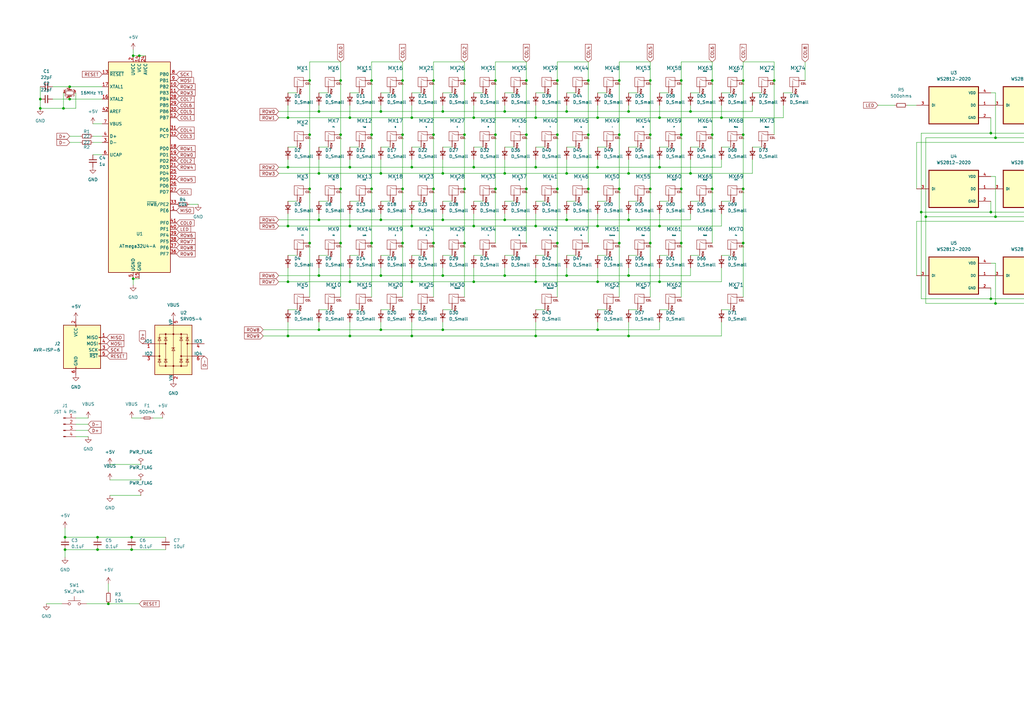
<source format=kicad_sch>
(kicad_sch (version 20211123) (generator eeschema)
  (paper "A3")
  (junction (at 40.005 225.425))
  (junction (at 26.035 44.45))
  (junction (at 54.61 114.3))
  (junction (at 152.4 55.245))
  (junction (at 245.11 92.71))
  (junction (at 130.81 135.255))
  (junction (at 177.8 99.695))
  (junction (at 207.01 45.72))
  (junction (at 181.61 45.72))
  (junction (at 143.51 137.795))
  (junction (at 270.51 92.71))
  (junction (at 215.9 77.47))
  (junction (at 232.41 113.03))
  (junction (at 207.01 113.03))
  (junction (at 304.8 55.245))
  (junction (at 304.8 77.47))
  (junction (at 245.11 48.26))
  (junction (at 241.3 33.02))
  (junction (at 257.81 45.72))
  (junction (at 127 99.695))
  (junction (at 469.265 56.515))
  (junction (at 589.28 122.555))
  (junction (at 181.61 71.12))
  (junction (at 139.7 99.695))
  (junction (at 165.1 77.47))
  (junction (at 215.9 55.245))
  (junction (at 152.4 99.695))
  (junction (at 168.91 68.58))
  (junction (at 127 33.02))
  (junction (at 266.7 77.47))
  (junction (at 245.11 115.57))
  (junction (at 139.7 55.245))
  (junction (at 469.265 124.46))
  (junction (at 254 99.695))
  (junction (at 589.28 86.995))
  (junction (at 241.3 55.245))
  (junction (at 143.51 48.26))
  (junction (at 279.4 77.47))
  (junction (at 377.825 86.995))
  (junction (at 292.1 77.47))
  (junction (at 190.5 77.47))
  (junction (at 57.15 22.86))
  (junction (at 232.41 45.72))
  (junction (at 591.185 124.46))
  (junction (at 127 77.47))
  (junction (at 279.4 99.695))
  (junction (at 26.67 225.425))
  (junction (at 44.45 247.65))
  (junction (at 168.91 92.71))
  (junction (at 621.665 107.95))
  (junction (at 26.67 220.345))
  (junction (at 165.1 33.02))
  (junction (at 528.32 122.555))
  (junction (at 436.88 86.995))
  (junction (at 139.7 77.47))
  (junction (at 168.91 137.795))
  (junction (at 16.51 40.64))
  (junction (at 54.61 22.86))
  (junction (at 379.73 88.9))
  (junction (at 156.21 45.72))
  (junction (at 16.51 44.45))
  (junction (at 408.305 56.515))
  (junction (at 467.36 86.995))
  (junction (at 438.785 56.515))
  (junction (at 304.8 99.695))
  (junction (at 219.71 68.58))
  (junction (at 406.4 122.555))
  (junction (at 591.185 56.515))
  (junction (at 254 77.47))
  (junction (at 168.91 115.57))
  (junction (at 684.53 43.815))
  (junction (at 245.11 135.255))
  (junction (at 257.81 113.03))
  (junction (at 228.6 99.695))
  (junction (at 436.88 54.61))
  (junction (at 168.91 48.26))
  (junction (at 165.1 99.695))
  (junction (at 118.11 48.26))
  (junction (at 241.3 77.47))
  (junction (at 228.6 33.02))
  (junction (at 130.81 45.72))
  (junction (at 177.8 55.245))
  (junction (at 203.2 55.245))
  (junction (at 406.4 54.61))
  (junction (at 558.8 54.61))
  (junction (at 215.9 33.02))
  (junction (at 279.4 33.02))
  (junction (at 497.84 86.995))
  (junction (at 589.28 54.61))
  (junction (at 499.745 124.46))
  (junction (at 438.785 88.9))
  (junction (at 560.705 124.46))
  (junction (at 232.41 71.12))
  (junction (at 194.31 48.26))
  (junction (at 203.2 77.47))
  (junction (at 436.88 122.555))
  (junction (at 28.575 35.56))
  (junction (at 279.4 55.245))
  (junction (at 232.41 90.17))
  (junction (at 143.51 92.71))
  (junction (at 257.81 71.12))
  (junction (at 194.31 92.71))
  (junction (at 219.71 48.26))
  (junction (at 438.785 124.46))
  (junction (at 219.71 92.71))
  (junction (at 560.705 88.9))
  (junction (at 118.11 115.57))
  (junction (at 228.6 77.47))
  (junction (at 219.71 137.795))
  (junction (at 181.61 135.255))
  (junction (at 245.11 68.58))
  (junction (at 127 55.245))
  (junction (at 165.1 55.245))
  (junction (at 266.7 55.245))
  (junction (at 130.81 90.17))
  (junction (at 283.21 71.12))
  (junction (at 203.2 33.02))
  (junction (at 266.7 99.695))
  (junction (at 530.225 56.515))
  (junction (at 257.81 90.17))
  (junction (at 497.84 54.61))
  (junction (at 156.21 113.03))
  (junction (at 118.11 68.58))
  (junction (at 40.005 220.345))
  (junction (at 118.11 137.795))
  (junction (at 28.575 40.64))
  (junction (at 266.7 33.02))
  (junction (at 560.705 56.515))
  (junction (at 190.5 99.695))
  (junction (at 156.21 135.255))
  (junction (at 304.8 33.02))
  (junction (at 177.8 33.02))
  (junction (at 558.8 122.555))
  (junction (at 190.5 33.02))
  (junction (at 528.32 54.61))
  (junction (at 467.36 54.61))
  (junction (at 156.21 90.17))
  (junction (at 467.36 122.555))
  (junction (at 408.305 124.46))
  (junction (at 408.305 88.9))
  (junction (at 591.185 88.9))
  (junction (at 254 33.02))
  (junction (at 181.61 113.03))
  (junction (at 53.975 220.345))
  (junction (at 181.61 90.17))
  (junction (at 53.975 225.425))
  (junction (at 292.1 33.02))
  (junction (at 207.01 90.17))
  (junction (at 270.51 115.57))
  (junction (at 558.8 86.995))
  (junction (at 530.225 124.46))
  (junction (at 156.21 71.12))
  (junction (at 292.1 55.245))
  (junction (at 295.91 48.26))
  (junction (at 190.5 55.245))
  (junction (at 530.225 88.9))
  (junction (at 194.31 68.58))
  (junction (at 130.81 71.12))
  (junction (at 528.32 86.995))
  (junction (at 676.275 43.815))
  (junction (at 283.21 45.72))
  (junction (at 257.81 137.795))
  (junction (at 317.5 33.02))
  (junction (at 143.51 115.57))
  (junction (at 469.265 88.9))
  (junction (at 194.31 115.57))
  (junction (at 177.8 77.47))
  (junction (at 143.51 68.58))
  (junction (at 130.81 113.03))
  (junction (at 619.76 122.555))
  (junction (at 499.745 56.515))
  (junction (at 152.4 77.47))
  (junction (at 270.51 48.26))
  (junction (at 139.7 33.02))
  (junction (at 228.6 55.245))
  (junction (at 152.4 33.02))
  (junction (at 270.51 68.58))
  (junction (at 118.11 92.71))
  (junction (at 219.71 115.57))
  (junction (at 497.84 122.555))
  (junction (at 406.4 86.995))
  (junction (at 207.01 71.12))
  (junction (at 254 55.245))
  (junction (at 499.745 88.9))
  (wire (pts (xy 270.51 65.405) (xy 270.51 68.58)))
  (wire (pts (xy 118.11 82.55) (xy 121.92 82.55)))
  (wire (pts (xy 270.51 135.255) (xy 245.11 135.255)))
  (wire (pts (xy 77.47 83.82) (xy 81.28 83.82)))
  (wire (pts (xy 53.975 225.425) (xy 40.005 225.425)))
  (wire (pts (xy 165.1 99.695) (xy 165.1 121.92)))
  (wire (pts (xy 139.7 77.47) (xy 139.7 99.695)))
  (wire (pts (xy 257.81 127) (xy 261.62 127)))
  (wire (pts (xy 114.3 68.58) (xy 118.11 68.58)))
  (wire (pts (xy 408.305 88.9) (xy 438.785 88.9)))
  (wire (pts (xy 207.01 104.775) (xy 210.82 104.775)))
  (wire (pts (xy 245.11 38.1) (xy 248.92 38.1)))
  (wire (pts (xy 295.91 60.325) (xy 299.72 60.325)))
  (wire (pts (xy 497.84 86.995) (xy 497.84 82.55)))
  (wire (pts (xy 143.51 104.775) (xy 147.32 104.775)))
  (wire (pts (xy 130.81 38.1) (xy 134.62 38.1)))
  (wire (pts (xy 295.91 127) (xy 299.72 127)))
  (wire (pts (xy 168.91 48.26) (xy 194.31 48.26)))
  (wire (pts (xy 372.11 43.18) (xy 375.92 43.18)))
  (wire (pts (xy 436.88 54.61) (xy 467.36 54.61)))
  (wire (pts (xy 168.91 137.795) (xy 143.51 137.795)))
  (wire (pts (xy 118.11 68.58) (xy 143.51 68.58)))
  (wire (pts (xy 270.51 115.57) (xy 295.91 115.57)))
  (wire (pts (xy 406.4 54.61) (xy 377.825 54.61)))
  (wire (pts (xy 194.31 65.405) (xy 194.31 68.58)))
  (wire (pts (xy 560.705 124.46) (xy 591.185 124.46)))
  (wire (pts (xy 181.61 90.17) (xy 207.01 90.17)))
  (wire (pts (xy 279.4 99.695) (xy 279.4 77.47)))
  (wire (pts (xy 621.665 56.515) (xy 621.665 38.1)))
  (wire (pts (xy 228.6 33.02) (xy 228.6 25.4)))
  (wire (pts (xy 684.53 38.735) (xy 684.53 43.815)))
  (wire (pts (xy 469.265 72.39) (xy 467.36 72.39)))
  (wire (pts (xy 266.7 55.245) (xy 266.7 77.47)))
  (wire (pts (xy 499.745 56.515) (xy 530.225 56.515)))
  (wire (pts (xy 379.73 88.9) (xy 408.305 88.9)))
  (wire (pts (xy 232.41 82.55) (xy 236.22 82.55)))
  (wire (pts (xy 436.88 122.555) (xy 436.88 118.11)))
  (wire (pts (xy 118.11 104.775) (xy 121.92 104.775)))
  (wire (pts (xy 295.91 38.1) (xy 299.72 38.1)))
  (wire (pts (xy 62.865 171.45) (xy 66.675 171.45)))
  (wire (pts (xy 143.51 43.18) (xy 143.51 48.26)))
  (wire (pts (xy 67.945 220.345) (xy 53.975 220.345)))
  (wire (pts (xy 499.745 124.46) (xy 499.745 107.95)))
  (wire (pts (xy 295.91 137.795) (xy 257.81 137.795)))
  (wire (pts (xy 257.81 43.18) (xy 257.81 45.72)))
  (wire (pts (xy 228.6 121.92) (xy 228.6 99.695)))
  (wire (pts (xy 497.84 122.555) (xy 528.32 122.555)))
  (wire (pts (xy 114.3 45.72) (xy 130.81 45.72)))
  (wire (pts (xy 156.21 135.255) (xy 181.61 135.255)))
  (wire (pts (xy 207.01 109.855) (xy 207.01 113.03)))
  (wire (pts (xy 266.7 25.4) (xy 266.7 33.02)))
  (wire (pts (xy 283.21 82.55) (xy 287.02 82.55)))
  (wire (pts (xy 497.84 54.61) (xy 497.84 48.26)))
  (wire (pts (xy 165.1 33.02) (xy 165.1 55.245)))
  (wire (pts (xy 207.01 87.63) (xy 207.01 90.17)))
  (wire (pts (xy 219.71 68.58) (xy 245.11 68.58)))
  (wire (pts (xy 219.71 65.405) (xy 219.71 68.58)))
  (wire (pts (xy 377.825 86.995) (xy 377.825 122.555)))
  (wire (pts (xy 308.61 38.1) (xy 312.42 38.1)))
  (wire (pts (xy 219.71 127) (xy 223.52 127)))
  (wire (pts (xy 292.1 25.4) (xy 292.1 33.02)))
  (wire (pts (xy 623.57 77.47) (xy 619.76 77.47)))
  (wire (pts (xy 379.73 56.515) (xy 379.73 88.9)))
  (wire (pts (xy 467.36 122.555) (xy 467.36 118.11)))
  (wire (pts (xy 408.305 38.1) (xy 408.305 56.515)))
  (wire (pts (xy 181.61 132.08) (xy 181.61 135.255)))
  (wire (pts (xy 219.71 115.57) (xy 245.11 115.57)))
  (wire (pts (xy 245.11 109.855) (xy 245.11 115.57)))
  (wire (pts (xy 54.61 114.3) (xy 54.61 116.84)))
  (wire (pts (xy 467.36 86.995) (xy 497.84 86.995)))
  (wire (pts (xy 203.2 55.245) (xy 203.2 33.02)))
  (wire (pts (xy 467.36 86.995) (xy 467.36 82.55)))
  (wire (pts (xy 67.945 225.425) (xy 53.975 225.425)))
  (wire (pts (xy 118.11 109.855) (xy 118.11 115.57)))
  (wire (pts (xy 270.51 48.26) (xy 295.91 48.26)))
  (wire (pts (xy 53.975 171.45) (xy 57.785 171.45)))
  (wire (pts (xy 107.95 135.255) (xy 130.81 135.255)))
  (wire (pts (xy 31.115 38.1) (xy 31.115 44.45)))
  (wire (pts (xy 270.51 43.18) (xy 270.51 48.26)))
  (wire (pts (xy 181.61 135.255) (xy 245.11 135.255)))
  (wire (pts (xy 181.61 109.855) (xy 181.61 113.03)))
  (wire (pts (xy 21.59 35.56) (xy 28.575 35.56)))
  (wire (pts (xy 619.76 54.61) (xy 619.76 48.26)))
  (wire (pts (xy 168.91 127) (xy 172.72 127)))
  (wire (pts (xy 621.665 107.95) (xy 619.76 107.95)))
  (wire (pts (xy 130.81 135.255) (xy 156.21 135.255)))
  (wire (pts (xy 181.61 104.775) (xy 185.42 104.775)))
  (wire (pts (xy 330.2 25.4) (xy 330.2 33.02)))
  (wire (pts (xy 257.81 113.03) (xy 283.21 113.03)))
  (wire (pts (xy 558.8 122.555) (xy 589.28 122.555)))
  (wire (pts (xy 676.275 52.07) (xy 676.275 43.815)))
  (wire (pts (xy 130.81 132.08) (xy 130.81 135.255)))
  (wire (pts (xy 408.305 124.46) (xy 408.305 107.95)))
  (wire (pts (xy 190.5 33.02) (xy 190.5 55.245)))
  (wire (pts (xy 219.71 38.1) (xy 223.52 38.1)))
  (wire (pts (xy 292.1 33.02) (xy 292.1 55.245)))
  (wire (pts (xy 469.265 124.46) (xy 499.745 124.46)))
  (wire (pts (xy 257.81 65.405) (xy 257.81 71.12)))
  (wire (pts (xy 194.31 109.855) (xy 194.31 115.57)))
  (wire (pts (xy 560.705 107.95) (xy 558.8 107.95)))
  (wire (pts (xy 270.51 132.08) (xy 270.51 135.255)))
  (wire (pts (xy 360.045 43.18) (xy 367.03 43.18)))
  (wire (pts (xy 152.4 99.695) (xy 152.4 77.47)))
  (wire (pts (xy 143.51 68.58) (xy 168.91 68.58)))
  (wire (pts (xy 16.51 35.56) (xy 16.51 40.64)))
  (wire (pts (xy 45.085 190.5) (xy 57.785 190.5)))
  (wire (pts (xy 181.61 65.405) (xy 181.61 71.12)))
  (wire (pts (xy 245.11 127) (xy 248.92 127)))
  (wire (pts (xy 143.51 65.405) (xy 143.51 68.58)))
  (wire (pts (xy 308.61 65.405) (xy 308.61 71.12)))
  (wire (pts (xy 215.9 55.245) (xy 215.9 77.47)))
  (wire (pts (xy 406.4 122.555) (xy 406.4 118.11)))
  (wire (pts (xy 257.81 104.775) (xy 261.62 104.775)))
  (wire (pts (xy 181.61 45.72) (xy 207.01 45.72)))
  (wire (pts (xy 530.225 124.46) (xy 530.225 107.95)))
  (wire (pts (xy 589.28 86.995) (xy 619.76 86.995)))
  (wire (pts (xy 245.11 60.325) (xy 248.92 60.325)))
  (wire (pts (xy 406.4 38.1) (xy 408.305 38.1)))
  (wire (pts (xy 283.21 109.855) (xy 283.21 113.03)))
  (wire (pts (xy 377.825 122.555) (xy 406.4 122.555)))
  (wire (pts (xy 177.8 99.695) (xy 177.8 121.92)))
  (wire (pts (xy 499.745 88.9) (xy 530.225 88.9)))
  (wire (pts (xy 207.01 43.18) (xy 207.01 45.72)))
  (wire (pts (xy 143.51 87.63) (xy 143.51 92.71)))
  (wire (pts (xy 703.58 52.07) (xy 708.025 52.07)))
  (wire (pts (xy 156.21 43.18) (xy 156.21 45.72)))
  (wire (pts (xy 560.705 72.39) (xy 558.8 72.39)))
  (wire (pts (xy 19.05 247.65) (xy 25.4 247.65)))
  (wire (pts (xy 44.45 247.65) (xy 57.15 247.65)))
  (wire (pts (xy 203.2 99.695) (xy 203.2 77.47)))
  (wire (pts (xy 279.4 25.4) (xy 292.1 25.4)))
  (wire (pts (xy 684.53 43.815) (xy 690.245 43.815)))
  (wire (pts (xy 130.81 43.18) (xy 130.81 45.72)))
  (wire (pts (xy 438.785 56.515) (xy 438.785 38.1)))
  (wire (pts (xy 245.11 115.57) (xy 270.51 115.57)))
  (wire (pts (xy 28.575 35.56) (xy 41.91 35.56)))
  (wire (pts (xy 266.7 77.47) (xy 266.7 99.695)))
  (wire (pts (xy 130.81 113.03) (xy 156.21 113.03)))
  (wire (pts (xy 156.21 65.405) (xy 156.21 71.12)))
  (wire (pts (xy 528.32 86.995) (xy 528.32 82.55)))
  (wire (pts (xy 215.9 25.4) (xy 215.9 33.02)))
  (wire (pts (xy 168.91 104.775) (xy 172.72 104.775)))
  (wire (pts (xy 241.3 33.02) (xy 241.3 55.245)))
  (wire (pts (xy 406.4 54.61) (xy 436.88 54.61)))
  (wire (pts (xy 379.73 124.46) (xy 408.305 124.46)))
  (wire (pts (xy 304.8 99.695) (xy 304.8 77.47)))
  (wire (pts (xy 16.51 40.64) (xy 16.51 44.45)))
  (wire (pts (xy 194.31 104.775) (xy 198.12 104.775)))
  (wire (pts (xy 130.81 104.775) (xy 134.62 104.775)))
  (wire (pts (xy 181.61 43.18) (xy 181.61 45.72)))
  (wire (pts (xy 245.11 65.405) (xy 245.11 68.58)))
  (wire (pts (xy 589.28 122.555) (xy 619.76 122.555)))
  (wire (pts (xy 156.21 109.855) (xy 156.21 113.03)))
  (wire (pts (xy 114.3 48.26) (xy 118.11 48.26)))
  (wire (pts (xy 467.36 54.61) (xy 497.84 54.61)))
  (wire (pts (xy 207.01 38.1) (xy 210.82 38.1)))
  (wire (pts (xy 232.41 109.855) (xy 232.41 113.03)))
  (wire (pts (xy 317.5 33.02) (xy 317.5 55.245)))
  (wire (pts (xy 194.31 38.1) (xy 198.12 38.1)))
  (wire (pts (xy 130.81 87.63) (xy 130.81 90.17)))
  (wire (pts (xy 499.745 107.95) (xy 497.84 107.95)))
  (wire (pts (xy 438.785 72.39) (xy 436.88 72.39)))
  (wire (pts (xy 591.185 107.95) (xy 589.28 107.95)))
  (wire (pts (xy 257.81 45.72) (xy 283.21 45.72)))
  (wire (pts (xy 623.57 43.18) (xy 619.76 43.18)))
  (wire (pts (xy 215.9 33.02) (xy 215.9 55.245)))
  (wire (pts (xy 375.92 113.03) (xy 375.92 90.805)))
  (wire (pts (xy 232.41 38.1) (xy 236.22 38.1)))
  (wire (pts (xy 45.085 196.85) (xy 57.785 196.85)))
  (wire (pts (xy 194.31 68.58) (xy 219.71 68.58)))
  (wire (pts (xy 621.665 124.46) (xy 621.665 107.95)))
  (wire (pts (xy 270.51 38.1) (xy 274.32 38.1)))
  (wire (pts (xy 181.61 82.55) (xy 185.42 82.55)))
  (wire (pts (xy 690.245 31.115) (xy 676.275 31.115)))
  (wire (pts (xy 127 55.245) (xy 127 33.02)))
  (wire (pts (xy 207.01 65.405) (xy 207.01 71.12)))
  (wire (pts (xy 232.41 87.63) (xy 232.41 90.17)))
  (wire (pts (xy 375.92 77.47) (xy 375.92 58.42)))
  (wire (pts (xy 254 121.92) (xy 254 99.695)))
  (wire (pts (xy 436.88 54.61) (xy 436.88 48.26)))
  (wire (pts (xy 295.91 82.55) (xy 299.72 82.55)))
  (wire (pts (xy 207.01 82.55) (xy 210.82 82.55)))
  (wire (pts (xy 130.81 82.55) (xy 134.62 82.55)))
  (wire (pts (xy 530.225 72.39) (xy 528.32 72.39)))
  (wire (pts (xy 621.665 88.9) (xy 621.665 72.39)))
  (wire (pts (xy 257.81 90.17) (xy 283.21 90.17)))
  (wire (pts (xy 379.73 88.9) (xy 379.73 124.46)))
  (wire (pts (xy 377.825 54.61) (xy 377.825 86.995)))
  (wire (pts (xy 130.81 71.12) (xy 156.21 71.12)))
  (wire (pts (xy 130.81 45.72) (xy 156.21 45.72)))
  (wire (pts (xy 194.31 48.26) (xy 219.71 48.26)))
  (wire (pts (xy 190.5 77.47) (xy 190.5 99.695)))
  (wire (pts (xy 26.035 44.45) (xy 16.51 44.45)))
  (wire (pts (xy 693.42 52.07) (xy 676.275 52.07)))
  (wire (pts (xy 558.8 54.61) (xy 589.28 54.61)))
  (wire (pts (xy 127 121.92) (xy 127 99.695)))
  (wire (pts (xy 254 25.4) (xy 266.7 25.4)))
  (wire (pts (xy 283.21 43.18) (xy 283.21 45.72)))
  (wire (pts (xy 31.115 176.53) (xy 36.195 176.53)))
  (wire (pts (xy 270.51 104.775) (xy 274.32 104.775)))
  (wire (pts (xy 270.51 87.63) (xy 270.51 92.71)))
  (wire (pts (xy 589.28 54.61) (xy 619.76 54.61)))
  (wire (pts (xy 245.11 92.71) (xy 270.51 92.71)))
  (wire (pts (xy 194.31 92.71) (xy 219.71 92.71)))
  (wire (pts (xy 114.3 92.71) (xy 118.11 92.71)))
  (wire (pts (xy 118.11 115.57) (xy 143.51 115.57)))
  (wire (pts (xy 168.91 38.1) (xy 172.72 38.1)))
  (wire (pts (xy 168.91 60.325) (xy 172.72 60.325)))
  (wire (pts (xy 499.745 124.46) (xy 530.225 124.46)))
  (wire (pts (xy 118.11 127) (xy 121.92 127)))
  (wire (pts (xy 528.32 54.61) (xy 558.8 54.61)))
  (wire (pts (xy 283.21 60.325) (xy 287.02 60.325)))
  (wire (pts (xy 528.32 86.995) (xy 558.8 86.995)))
  (wire (pts (xy 127 33.02) (xy 127 25.4)))
  (wire (pts (xy 304.8 77.47) (xy 304.8 55.245)))
  (wire (pts (xy 165.1 55.245) (xy 165.1 77.47)))
  (wire (pts (xy 684.53 57.15) (xy 698.5 57.15)))
  (wire (pts (xy 114.3 113.03) (xy 130.81 113.03)))
  (wire (pts (xy 469.265 88.9) (xy 499.745 88.9)))
  (wire (pts (xy 279.4 77.47) (xy 279.4 55.245)))
  (wire (pts (xy 438.785 124.46) (xy 438.785 107.95)))
  (wire (pts (xy 207.01 60.325) (xy 210.82 60.325)))
  (wire (pts (xy 279.4 55.245) (xy 279.4 33.02)))
  (wire (pts (xy 621.665 38.1) (xy 619.76 38.1)))
  (wire (pts (xy 591.185 124.46) (xy 591.185 107.95)))
  (wire (pts (xy 28.575 55.88) (xy 33.02 55.88)))
  (wire (pts (xy 177.8 99.695) (xy 177.8 77.47)))
  (wire (pts (xy 156.21 82.55) (xy 160.02 82.55)))
  (wire (pts (xy 114.3 115.57) (xy 118.11 115.57)))
  (wire (pts (xy 219.71 43.18) (xy 219.71 48.26)))
  (wire (pts (xy 130.81 127) (xy 134.62 127)))
  (wire (pts (xy 469.265 124.46) (xy 469.265 107.95)))
  (wire (pts (xy 177.8 25.4) (xy 190.5 25.4)))
  (wire (pts (xy 31.115 179.07) (xy 36.195 179.07)))
  (wire (pts (xy 203.2 33.02) (xy 203.2 25.4)))
  (wire (pts (xy 177.8 77.47) (xy 177.8 55.245)))
  (wire (pts (xy 165.1 25.4) (xy 165.1 33.02)))
  (wire (pts (xy 469.265 56.515) (xy 469.265 38.1)))
  (wire (pts (xy 375.92 58.42) (xy 623.57 58.42)))
  (wire (pts (xy 143.51 132.08) (xy 143.51 137.795)))
  (wire (pts (xy 406.4 86.995) (xy 436.88 86.995)))
  (wire (pts (xy 168.91 68.58) (xy 194.31 68.58)))
  (wire (pts (xy 26.67 225.425) (xy 26.67 228.6)))
  (wire (pts (xy 127 25.4) (xy 139.7 25.4)))
  (wire (pts (xy 621.665 72.39) (xy 619.76 72.39)))
  (wire (pts (xy 181.61 87.63) (xy 181.61 90.17)))
  (wire (pts (xy 408.305 56.515) (xy 438.785 56.515)))
  (wire (pts (xy 245.11 43.18) (xy 245.11 48.26)))
  (wire (pts (xy 168.91 132.08) (xy 168.91 137.795)))
  (wire (pts (xy 143.51 127) (xy 147.32 127)))
  (wire (pts (xy 203.2 77.47) (xy 203.2 55.245)))
  (wire (pts (xy 295.91 104.775) (xy 299.72 104.775)))
  (wire (pts (xy 168.91 43.18) (xy 168.91 48.26)))
  (wire (pts (xy 38.1 55.88) (xy 41.91 55.88)))
  (wire (pts (xy 684.53 43.815) (xy 681.355 43.815)))
  (wire (pts (xy 270.51 92.71) (xy 295.91 92.71)))
  (wire (pts (xy 499.745 88.9) (xy 499.745 72.39)))
  (wire (pts (xy 530.225 56.515) (xy 560.705 56.515)))
  (wire (pts (xy 408.305 88.9) (xy 408.305 72.39)))
  (wire (pts (xy 194.31 82.55) (xy 198.12 82.55)))
  (wire (pts (xy 308.61 60.325) (xy 312.42 60.325)))
  (wire (pts (xy 156.21 45.72) (xy 181.61 45.72)))
  (wire (pts (xy 156.21 104.775) (xy 160.02 104.775)))
  (wire (pts (xy 257.81 82.55) (xy 261.62 82.55)))
  (wire (pts (xy 257.81 38.1) (xy 261.62 38.1)))
  (wire (pts (xy 241.3 55.245) (xy 241.3 77.47)))
  (wire (pts (xy 530.225 38.1) (xy 528.32 38.1)))
  (wire (pts (xy 270.51 109.855) (xy 270.51 115.57)))
  (wire (pts (xy 499.745 72.39) (xy 497.84 72.39)))
  (wire (pts (xy 53.975 220.345) (xy 40.005 220.345)))
  (wire (pts (xy 676.275 31.115) (xy 676.275 43.815)))
  (wire (pts (xy 181.61 127) (xy 185.42 127)))
  (wire (pts (xy 130.81 60.325) (xy 134.62 60.325)))
  (wire (pts (xy 156.21 87.63) (xy 156.21 90.17)))
  (wire (pts (xy 295.91 109.855) (xy 295.91 115.57)))
  (wire (pts (xy 589.28 122.555) (xy 589.28 118.11)))
  (wire (pts (xy 232.41 104.775) (xy 236.22 104.775)))
  (wire (pts (xy 436.88 86.995) (xy 467.36 86.995)))
  (wire (pts (xy 283.21 65.405) (xy 283.21 71.12)))
  (wire (pts (xy 558.8 122.555) (xy 558.8 118.11)))
  (wire (pts (xy 619.76 122.555) (xy 619.76 118.11)))
  (wire (pts (xy 558.8 86.995) (xy 558.8 82.55)))
  (wire (pts (xy 591.185 124.46) (xy 621.665 124.46)))
  (wire (pts (xy 44.45 239.395) (xy 44.45 242.57)))
  (wire (pts (xy 270.51 60.325) (xy 274.32 60.325)))
  (wire (pts (xy 304.8 55.245) (xy 304.8 33.02)))
  (wire (pts (xy 560.705 56.515) (xy 560.705 38.1)))
  (wire (pts (xy 57.15 22.86) (xy 54.61 22.86)))
  (wire (pts (xy 168.91 82.55) (xy 172.72 82.55)))
  (wire (pts (xy 228.6 99.695) (xy 228.6 77.47)))
  (wire (pts (xy 254 99.695) (xy 254 77.47)))
  (wire (pts (xy 245.11 104.775) (xy 248.92 104.775)))
  (wire (pts (xy 118.11 87.63) (xy 118.11 92.71)))
  (wire (pts (xy 560.705 88.9) (xy 591.185 88.9)))
  (wire (pts (xy 143.51 137.795) (xy 118.11 137.795)))
  (wire (pts (xy 467.36 38.1) (xy 469.265 38.1)))
  (wire (pts (xy 292.1 77.47) (xy 292.1 99.695)))
  (wire (pts (xy 26.035 38.1) (xy 26.035 44.45)))
  (wire (pts (xy 207.01 90.17) (xy 232.41 90.17)))
  (wire (pts (xy 469.265 88.9) (xy 469.265 72.39)))
  (wire (pts (xy 130.81 65.405) (xy 130.81 71.12)))
  (wire (pts (xy 207.01 71.12) (xy 232.41 71.12)))
  (wire (pts (xy 190.5 25.4) (xy 190.5 33.02)))
  (wire (pts (xy 438.785 124.46) (xy 469.265 124.46)))
  (wire (pts (xy 118.11 43.18) (xy 118.11 48.26)))
  (wire (pts (xy 219.71 48.26) (xy 245.11 48.26)))
  (wire (pts (xy 406.4 86.995) (xy 406.4 82.55)))
  (wire (pts (xy 528.32 122.555) (xy 528.32 118.11)))
  (wire (pts (xy 156.21 71.12) (xy 181.61 71.12)))
  (wire (pts (xy 118.11 137.795) (xy 107.95 137.795)))
  (wire (pts (xy 219.71 109.855) (xy 219.71 115.57)))
  (wire (pts (xy 254 33.02) (xy 254 25.4)))
  (wire (pts (xy 35.56 247.65) (xy 44.45 247.65)))
  (wire (pts (xy 408.305 124.46) (xy 438.785 124.46)))
  (wire (pts (xy 530.225 107.95) (xy 528.32 107.95)))
  (wire (pts (xy 254 55.245) (xy 254 33.02)))
  (wire (pts (xy 31.115 44.45) (xy 26.035 44.45)))
  (wire (pts (xy 589.28 48.26) (xy 589.28 54.61)))
  (wire (pts (xy 31.115 173.99) (xy 36.195 173.99)))
  (wire (pts (xy 38.1 50.8) (xy 41.91 50.8)))
  (wire (pts (xy 270.51 82.55) (xy 274.32 82.55)))
  (wire (pts (xy 232.41 65.405) (xy 232.41 71.12)))
  (wire (pts (xy 59.69 22.86) (xy 57.15 22.86)))
  (wire (pts (xy 228.6 25.4) (xy 241.3 25.4)))
  (wire (pts (xy 589.28 86.995) (xy 589.28 82.55)))
  (wire (pts (xy 219.71 104.775) (xy 223.52 104.775)))
  (wire (pts (xy 168.91 92.71) (xy 194.31 92.71)))
  (wire (pts (xy 591.185 72.39) (xy 589.28 72.39)))
  (wire (pts (xy 139.7 33.02) (xy 139.7 55.245)))
  (wire (pts (xy 292.1 55.245) (xy 292.1 77.47)))
  (wire (pts (xy 254 77.47) (xy 254 55.245)))
  (wire (pts (xy 406.4 122.555) (xy 436.88 122.555)))
  (wire (pts (xy 304.8 121.92) (xy 304.8 99.695)))
  (wire (pts (xy 245.11 68.58) (xy 270.51 68.58)))
  (wire (pts (xy 232.41 90.17) (xy 257.81 90.17)))
  (wire (pts (xy 219.71 132.08) (xy 219.71 137.795)))
  (wire (pts (xy 177.8 55.245) (xy 177.8 33.02)))
  (wire (pts (xy 558.8 54.61) (xy 558.8 48.26)))
  (wire (pts (xy 219.71 92.71) (xy 245.11 92.71)))
  (wire (pts (xy 139.7 99.695) (xy 139.7 121.92)))
  (wire (pts (xy 528.32 54.61) (xy 528.32 48.26)))
  (wire (pts (xy 156.21 38.1) (xy 160.02 38.1)))
  (wire (pts (xy 623.57 58.42) (xy 623.57 43.18)))
  (wire (pts (xy 190.5 99.695) (xy 190.5 121.92)))
  (wire (pts (xy 295.91 65.405) (xy 295.91 68.58)))
  (wire (pts (xy 266.7 33.02) (xy 266.7 55.245)))
  (wire (pts (xy 308.61 43.18) (xy 308.61 45.72)))
  (wire (pts (xy 177.8 33.02) (xy 177.8 25.4)))
  (wire (pts (xy 168.91 65.405) (xy 168.91 68.58)))
  (wire (pts (xy 194.31 43.18) (xy 194.31 48.26)))
  (wire (pts (xy 143.51 115.57) (xy 168.91 115.57)))
  (wire (pts (xy 528.32 122.555) (xy 558.8 122.555)))
  (wire (pts (xy 219.71 82.55) (xy 223.52 82.55)))
  (wire (pts (xy 295.91 43.18) (xy 295.91 48.26)))
  (wire (pts (xy 591.185 56.515) (xy 591.185 38.1)))
  (wire (pts (xy 168.91 87.63) (xy 168.91 92.71)))
  (wire (pts (xy 283.21 38.1) (xy 287.02 38.1)))
  (wire (pts (xy 408.305 56.515) (xy 379.73 56.515)))
  (wire (pts (xy 245.11 132.08) (xy 245.11 135.255)))
  (wire (pts (xy 530.225 56.515) (xy 530.225 38.1)))
  (wire (pts (xy 190.5 55.245) (xy 190.5 77.47)))
  (wire (pts (xy 152.4 55.245) (xy 152.4 33.02)))
  (wire (pts (xy 558.8 86.995) (xy 589.28 86.995)))
  (wire (pts (xy 228.6 77.47) (xy 228.6 55.245)))
  (wire (pts (xy 530.225 124.46) (xy 560.705 124.46)))
  (wire (pts (xy 57.15 114.3) (xy 54.61 114.3)))
  (wire (pts (xy 143.51 38.1) (xy 147.32 38.1)))
  (wire (pts (xy 438.785 88.9) (xy 438.785 72.39)))
  (wire (pts (xy 499.745 38.1) (xy 497.84 38.1)))
  (wire (pts (xy 621.665 104.775) (xy 621.665 107.95)))
  (wire (pts (xy 270.51 127) (xy 274.32 127)))
  (wire (pts (xy 228.6 55.245) (xy 228.6 33.02)))
  (wire (pts (xy 295.91 87.63) (xy 295.91 92.71)))
  (wire (pts (xy 266.7 99.695) (xy 266.7 121.92)))
  (wire (pts (xy 497.84 122.555) (xy 497.84 118.11)))
  (wire (pts (xy 467.36 122.555) (xy 497.84 122.555)))
  (wire (pts (xy 283.21 45.72) (xy 308.61 45.72)))
  (wire (pts (xy 469.265 56.515) (xy 499.745 56.515)))
  (wire (pts (xy 241.3 25.4) (xy 241.3 33.02)))
  (wire (pts (xy 143.51 48.26) (xy 168.91 48.26)))
  (wire (pts (xy 257.81 60.325) (xy 261.62 60.325)))
  (wire (pts (xy 497.84 54.61) (xy 528.32 54.61)))
  (wire (pts (xy 207.01 113.03) (xy 232.41 113.03)))
  (wire (pts (xy 304.8 33.02) (xy 304.8 25.4)))
  (wire (pts (xy 31.115 171.45) (xy 36.195 171.45)))
  (wire (pts (xy 156.21 127) (xy 160.02 127)))
  (wire (pts (xy 156.21 60.325) (xy 160.02 60.325)))
  (wire (pts (xy 232.41 45.72) (xy 257.81 45.72)))
  (wire (pts (xy 156.21 90.17) (xy 181.61 90.17)))
  (wire (pts (xy 232.41 71.12) (xy 257.81 71.12)))
  (wire (pts (xy 152.4 33.02) (xy 152.4 25.4)))
  (wire (pts (xy 375.92 90.805) (xy 623.57 90.805)))
  (wire (pts (xy 436.88 38.1) (xy 438.785 38.1)))
  (wire (pts (xy 152.4 121.92) (xy 152.4 99.695)))
  (wire (pts (xy 438.785 56.515) (xy 469.265 56.515)))
  (wire (pts (xy 194.31 60.325) (xy 198.12 60.325)))
  (wire (pts (xy 591.185 88.9) (xy 591.185 72.39)))
  (wire (pts (xy 219.71 137.795) (xy 168.91 137.795)))
  (wire (pts (xy 143.51 60.325) (xy 147.32 60.325)))
  (wire (pts (xy 530.225 88.9) (xy 560.705 88.9)))
  (wire (pts (xy 467.36 54.61) (xy 467.36 48.26)))
  (wire (pts (xy 257.81 71.12) (xy 283.21 71.12)))
  (wire (pts (xy 156.21 132.08) (xy 156.21 135.255)))
  (wire (pts (xy 118.11 38.1) (xy 121.92 38.1)))
  (wire (pts (xy 219.71 87.63) (xy 219.71 92.71)))
  (wire (pts (xy 28.575 58.42) (xy 33.02 58.42)))
  (wire (pts (xy 690.245 31.115) (xy 690.245 41.275)))
  (wire (pts (xy 130.81 109.855) (xy 130.81 113.03)))
  (wire (pts (xy 207.01 45.72) (xy 232.41 45.72)))
  (wire (pts (xy 283.21 87.63) (xy 283.21 90.17)))
  (wire (pts (xy 245.11 87.63) (xy 245.11 92.71)))
  (wire (pts (xy 40.005 225.425) (xy 26.67 225.425)))
  (wire (pts (xy 139.7 25.4) (xy 139.7 33.02)))
  (wire (pts (xy 257.81 137.795) (xy 219.71 137.795)))
  (wire (pts (xy 152.4 77.47) (xy 152.4 55.245)))
  (wire (pts (xy 499.745 56.515) (xy 499.745 38.1)))
  (wire (pts (xy 118.11 92.71) (xy 143.51 92.71)))
  (wire (pts (xy 232.41 43.18) (xy 232.41 45.72)))
  (wire (pts (xy 139.7 55.245) (xy 139.7 77.47)))
  (wire (pts (xy 436.88 122.555) (xy 467.36 122.555)))
  (wire (pts (xy 591.185 56.515) (xy 621.665 56.515)))
  (wire (pts (xy 560.705 38.1) (xy 558.8 38.1)))
  (wire (pts (xy 127 99.695) (xy 127 77.47)))
  (wire (pts (xy 560.705 56.515) (xy 591.185 56.515)))
  (wire (pts (xy 219.71 60.325) (xy 223.52 60.325)))
  (wire (pts (xy 279.4 33.02) (xy 279.4 25.4)))
  (wire (pts (xy 530.225 88.9) (xy 530.225 72.39)))
  (wire (pts (xy 560.705 88.9) (xy 560.705 72.39)))
  (wire (pts (xy 127 77.47) (xy 127 55.245)))
  (wire (pts (xy 38.1 63.5) (xy 41.91 63.5)))
  (wire (pts (xy 143.51 82.55) (xy 147.32 82.55)))
  (wire (pts (xy 28.575 40.64) (xy 41.91 40.64)))
  (wire (pts (xy 283.21 71.12) (xy 308.61 71.12)))
  (wire (pts (xy 295.91 132.08) (xy 295.91 137.795)))
  (wire (pts (xy 497.84 86.995) (xy 528.32 86.995)))
  (wire (pts (xy 436.88 86.995) (xy 436.88 82.55)))
  (wire (pts (xy 21.59 40.64) (xy 28.575 40.64)))
  (wire (pts (xy 619.76 122.555) (xy 619.76 127)))
  (wire (pts (xy 245.11 48.26) (xy 270.51 48.26)))
  (wire (pts (xy 560.705 124.46) (xy 560.705 107.95)))
  (wire (pts (xy 673.1 57.15) (xy 679.45 57.15)))
  (wire (pts (xy 114.3 71.12) (xy 130.81 71.12)))
  (wire (pts (xy 257.81 109.855) (xy 257.81 113.03)))
  (wire (pts (xy 118.11 48.26) (xy 143.51 48.26)))
  (wire (pts (xy 143.51 109.855) (xy 143.51 115.57)))
  (wire (pts (xy 181.61 71.12) (xy 207.01 71.12)))
  (wire (pts (xy 181.61 38.1) (xy 185.42 38.1)))
  (wire (pts (xy 408.305 72.39) (xy 406.4 72.39)))
  (wire (pts (xy 283.21 104.775) (xy 287.02 104.775)))
  (wire (pts (xy 317.5 25.4) (xy 317.5 33.02)))
  (wire (pts (xy 38.1 58.42) (xy 41.91 58.42)))
  (wire (pts (xy 279.4 121.92) (xy 279.4 99.695)))
  (wire (pts (xy 194.31 87.63) (xy 194.31 92.71)))
  (wire (pts (xy 245.11 82.55) (xy 248.92 82.55)))
  (wire (pts (xy 469.265 107.95) (xy 467.36 107.95)))
  (wire (pts (xy 181.61 60.325) (xy 185.42 60.325)))
  (wire (pts (xy 591.185 88.9) (xy 621.665 88.9)))
  (wire (pts (xy 26.67 220.345) (xy 26.67 216.535)))
  (wire (pts (xy 304.8 25.4) (xy 317.5 25.4)))
  (wire (pts (xy 377.825 86.995) (xy 406.4 86.995)))
  (wire (pts (xy 270.51 68.58) (xy 295.91 68.58)))
  (wire (pts (xy 295.91 48.26) (xy 321.31 48.26)))
  (wire (pts (xy 168.91 109.855) (xy 168.91 115.57)))
  (wire (pts (xy 591.185 38.1) (xy 589.28 38.1)))
  (wire (pts (xy 257.81 132.08) (xy 257.81 137.795)))
  (wire (pts (xy 152.4 25.4) (xy 165.1 25.4)))
  (wire (pts (xy 45.085 203.2) (xy 57.785 203.2)))
  (wire (pts (xy 130.81 90.17) (xy 156.21 90.17)))
  (wire (pts (xy 623.57 90.805) (xy 623.57 77.47)))
  (wire (pts (xy 232.41 60.325) (xy 236.22 60.325)))
  (wire (pts (xy 438.785 107.95) (xy 436.88 107.95)))
  (wire (pts (xy 321.31 38.1) (xy 325.12 38.1)))
  (wire (pts (xy 165.1 77.47) (xy 165.1 99.695)))
  (wire (pts (xy 619.76 86.995) (xy 619.76 82.55)))
  (wire (pts (xy 232.41 113.03) (xy 257.81 113.03)))
  (wire (pts (xy 406.4 48.26) (xy 406.4 54.61)))
  (wire (pts (xy 321.31 43.18) (xy 321.31 48.26)))
  (wire (pts (xy 40.005 220.345) (xy 26.67 220.345)))
  (wire (pts (xy 215.9 77.47) (xy 215.9 99.695)))
  (wire (pts (xy 118.11 60.325) (xy 121.92 60.325)))
  (wire (pts (xy 168.91 115.57) (xy 194.31 115.57)))
  (wire (pts (xy 156.21 113.03) (xy 181.61 113.03)))
  (wire (pts (xy 181.61 113.03) (xy 207.01 113.03)))
  (wire (pts (xy 118.11 132.08) (xy 118.11 137.795)))
  (wire (pts (xy 114.3 90.17) (xy 130.81 90.17)))
  (wire (pts (xy 143.51 92.71) (xy 168.91 92.71)))
  (wire (pts (xy 194.31 115.57) (xy 219.71 115.57)))
  (wire (pts (xy 438.785 88.9) (xy 469.265 88.9)))
  (wire (pts (xy 257.81 87.63) (xy 257.81 90.17)))
  (wire (pts (xy 118.11 65.405) (xy 118.11 68.58)))
  (wire (pts (xy 54.61 22.86) (xy 54.61 20.32)))
  (wire (pts (xy 203.2 25.4) (xy 215.9 25.4)))
  (wire (pts (xy 241.3 77.47) (xy 241.3 99.695)))
  (wire (pts (xy 408.305 107.95) (xy 406.4 107.95)))
  (global_label "ROW5" (shape input) (at 72.39 73.66 0) (property "Intersheet References" "${INTERSHEET_REFS}" (effects hide)))
  (global_label "ROW4" (shape input) (at 72.39 68.58 0) (property "Intersheet References" "${INTERSHEET_REFS}" (effects hide)))
  (global_label "LED" (shape input) (at 72.39 93.98 0) (property "Intersheet References" "${INTERSHEET_REFS}" (effects hide)))
  (global_label "COL6" (shape input) (at 72.39 43.18 0) (property "Intersheet References" "${INTERSHEET_REFS}" (effects hide)))
  (global_label "ROW3" (shape input) (at 114.3 71.12 180) (property "Intersheet References" "${INTERSHEET_REFS}" (effects hide)))
  (global_label "SCK" (shape input) (at 72.39 30.48 0) (property "Intersheet References" "${INTERSHEET_REFS}" (effects hide)))
  (global_label "ROW3" (shape input) (at 72.39 38.1 0) (property "Intersheet References" "${INTERSHEET_REFS}" (effects hide)))
  (global_label "D+" (shape input) (at 36.195 176.53 0) (property "Intersheet References" "${INTERSHEET_REFS}" (effects hide)))
  (global_label "ROW9" (shape input) (at 107.95 137.795 180) (property "Intersheet References" "${INTERSHEET_REFS}" (effects hide)))
  (global_label "D-" (shape input) (at 28.575 58.42 180) (property "Intersheet References" "${INTERSHEET_REFS}" (effects hide)))
  (global_label "COL4" (shape input) (at 72.39 53.34 0) (property "Intersheet References" "${INTERSHEET_REFS}" (effects hide)))
  (global_label "LED" (shape input) (at 360.045 43.18 180) (property "Intersheet References" "${INTERSHEET_REFS}" (effects hide)))
  (global_label "RESET" (shape input) (at 43.815 146.05 0) (property "Intersheet References" "${INTERSHEET_REFS}" (effects hide)))
  (global_label "ROW8" (shape input) (at 107.95 135.255 180) (property "Intersheet References" "${INTERSHEET_REFS}" (effects hide)))
  (global_label "MOSI" (shape input) (at 72.39 33.02 0) (property "Intersheet References" "${INTERSHEET_REFS}" (effects hide)))
  (global_label "MOSI" (shape input) (at 43.815 140.97 0) (property "Intersheet References" "${INTERSHEET_REFS}" (effects hide)))
  (global_label "ROW8" (shape input) (at 72.39 101.6 0) (property "Intersheet References" "${INTERSHEET_REFS}" (effects hide)))
  (global_label "COL1" (shape input) (at 165.1 25.4 90) (property "Intersheet References" "${INTERSHEET_REFS}" (effects hide)))
  (global_label "D+" (shape input) (at 28.575 55.88 180) (property "Intersheet References" "${INTERSHEET_REFS}" (effects hide)))
  (global_label "COL2" (shape input) (at 190.5 25.4 90) (property "Intersheet References" "${INTERSHEET_REFS}" (effects hide)))
  (global_label "COL0" (shape input) (at 72.39 91.44 0) (property "Intersheet References" "${INTERSHEET_REFS}" (effects hide)))
  (global_label "SOL" (shape input) (at 72.39 78.74 0) (property "Intersheet References" "${INTERSHEET_REFS}" (effects hide)))
  (global_label "COL7" (shape input) (at 72.39 40.64 0) (property "Intersheet References" "${INTERSHEET_REFS}" (effects hide)))
  (global_label "MISO" (shape input) (at 43.815 138.43 0) (property "Intersheet References" "${INTERSHEET_REFS}" (effects hide)))
  (global_label "COL0" (shape input) (at 139.7 25.4 90) (property "Intersheet References" "${INTERSHEET_REFS}" (effects hide)))
  (global_label "ROW7" (shape input) (at 72.39 99.06 0) (property "Intersheet References" "${INTERSHEET_REFS}" (effects hide)))
  (global_label "RESET" (shape input) (at 41.91 30.48 180) (property "Intersheet References" "${INTERSHEET_REFS}" (effects hide)))
  (global_label "COL6" (shape input) (at 292.1 25.4 90) (property "Intersheet References" "${INTERSHEET_REFS}" (effects hide)))
  (global_label "ROW0" (shape input) (at 114.3 45.72 180) (property "Intersheet References" "${INTERSHEET_REFS}" (effects hide)))
  (global_label "ROW9" (shape input) (at 72.39 104.14 0) (property "Intersheet References" "${INTERSHEET_REFS}" (effects hide)))
  (global_label "COL8" (shape input) (at 330.2 25.4 90) (property "Intersheet References" "${INTERSHEET_REFS}" (effects hide)))
  (global_label "SCK" (shape input) (at 43.815 143.51 0) (property "Intersheet References" "${INTERSHEET_REFS}" (effects hide)))
  (global_label "ROW2" (shape input) (at 114.3 68.58 180) (property "Intersheet References" "${INTERSHEET_REFS}" (effects hide)))
  (global_label "D-" (shape input) (at 36.195 173.99 0) (property "Intersheet References" "${INTERSHEET_REFS}" (effects hide)))
  (global_label "COL2" (shape input) (at 72.39 66.04 0) (property "Intersheet References" "${INTERSHEET_REFS}" (effects hide)))
  (global_label "MISO" (shape input) (at 72.39 86.36 0) (property "Intersheet References" "${INTERSHEET_REFS}" (effects hide)))
  (global_label "ROW2" (shape input) (at 72.39 35.56 0) (property "Intersheet References" "${INTERSHEET_REFS}" (effects hide)))
  (global_label "SOL" (shape input) (at 673.1 57.15 180) (property "Intersheet References" "${INTERSHEET_REFS}" (effects hide)))
  (global_label "ROW1" (shape input) (at 114.3 48.26 180) (property "Intersheet References" "${INTERSHEET_REFS}" (effects hide)))
  (global_label "ROW7" (shape input) (at 114.3 115.57 180) (property "Intersheet References" "${INTERSHEET_REFS}" (effects hide)))
  (global_label "COL5" (shape input) (at 72.39 45.72 0) (property "Intersheet References" "${INTERSHEET_REFS}" (effects hide)))
  (global_label "COL1" (shape input) (at 72.39 48.26 0) (property "Intersheet References" "${INTERSHEET_REFS}" (effects hide)))
  (global_label "COL8" (shape input) (at -172.085 86.995 0) (property "Intersheet References" "${INTERSHEET_REFS}" (effects hide)))
  (global_label "ROW6" (shape input) (at 114.3 113.03 180) (property "Intersheet References" "${INTERSHEET_REFS}" (effects hide)))
  (global_label "ROW0" (shape input) (at 72.39 63.5 0) (property "Intersheet References" "${INTERSHEET_REFS}" (effects hide)))
  (global_label "COL5" (shape input) (at 266.7 25.4 90) (property "Intersheet References" "${INTERSHEET_REFS}" (effects hide)))
  (global_label "COL3" (shape input) (at 215.9 25.4 90) (property "Intersheet References" "${INTERSHEET_REFS}" (effects hide)))
  (global_label "D+" (shape input) (at 58.42 140.97 90) (property "Intersheet References" "${INTERSHEET_REFS}" (effects hide)))
  (global_label "ROW5" (shape input) (at 114.3 92.71 180) (property "Intersheet References" "${INTERSHEET_REFS}" (effects hide)))
  (global_label "D-" (shape input) (at 83.82 146.05 270) (property "Intersheet References" "${INTERSHEET_REFS}" (effects hide)))
  (global_label "ROW6" (shape input) (at 72.39 96.52 0) (property "Intersheet References" "${INTERSHEET_REFS}" (effects hide)))
  (global_label "COL3" (shape input) (at 72.39 55.88 0) (property "Intersheet References" "${INTERSHEET_REFS}" (effects hide)))
  (global_label "COL7" (shape input) (at 304.8 25.4 90) (property "Intersheet References" "${INTERSHEET_REFS}" (effects hide)))
  (global_label "RESET" (shape input) (at 57.15 247.65 0) (property "Intersheet References" "${INTERSHEET_REFS}" (effects hide)))
  (global_label "ROW1" (shape input) (at 72.39 60.96 0) (property "Intersheet References" "${INTERSHEET_REFS}" (effects hide)))
  (global_label "ROW4" (shape input) (at 114.3 90.17 180) (property "Intersheet References" "${INTERSHEET_REFS}" (effects hide)))
  (global_label "COL4" (shape input) (at 241.3 25.4 90) (property "Intersheet References" "${INTERSHEET_REFS}" (effects hide)))
  (symbol (lib_id "MX_Alps_Hybrid:MX-NoLED") (at 173.99 100.965 0) (unit 1)
    (property "Reference" "MX24" (at 174.8756 93.98 0) (effects (font (size 1.524 1.524))))
    (property "Value" "X" (at 174.8756 96.52 0) (effects (font (size 0.508 0.508))))
    (property "Footprint" "MX_Only:MXOnly-1U-NoLED" (effects hide))
  )
  (symbol (lib_id "power:GND") (at 45.085 203.2 0) (unit 1)
    (property "Reference" "#PWR014" (effects hide))
    (property "Value" "GND" (at 45.085 208.28 0))
  )
  (symbol (lib_id "power:GND") (at 31.115 153.67 0) (unit 1)
    (property "Reference" "#PWR06" (effects hide))
    (property "Value" "GND" (at 31.115 158.75 0))
  )
  (symbol (lib_id "WS2812-2020:WS2812-2020") (at 391.16 77.47 0) (unit 1)
    (property "Reference" "U4" (at 391.16 64.135 0))
    (property "Value" "WS2812-2020" (at 391.16 66.675 0))
    (property "Footprint" "WS2812-2020:LED_WS2812-2020" (effects hide))
    (property "STANDARD" "Manufacturer Recommendations" (effects hide))
    (property "MANUFACTURER" "Worldsemi" (effects hide))
  )
  (symbol (lib_id "Device:D_Small") (at 295.91 107.315 90) (unit 1)
    (property "Reference" "D70" (at 298.45 106.0449 90) (effects (justify right)))
    (property "Value" "D_Small" (at 298.45 108.5849 90) (effects (justify right)))
    (property "Footprint" "Diode_SMD:D_SOD-123" (effects hide))
  )
  (symbol (lib_id "power:+5V") (at 621.665 104.775 0) (unit 1)
    (property "Reference" "#PWR023" (effects hide))
    (property "Value" "+5V" (at 621.665 99.06 0))
  )
  (symbol (lib_id "Device:D_Small") (at 219.71 85.09 90) (unit 1)
    (property "Reference" "D41" (at 222.25 83.8199 90) (effects (justify right)))
    (property "Value" "D_Small" (at 222.25 86.3599 90) (effects (justify right)))
    (property "Footprint" "Diode_SMD:D_SOD-123" (effects hide))
  )
  (symbol (lib_id "power:VBUS") (at 45.085 196.85 0) (unit 1)
    (property "Reference" "#PWR013" (effects hide))
    (property "Value" "VBUS" (at 45.085 191.135 0))
  )
  (symbol (lib_id "Device:R_Small") (at 35.56 55.88 90) (unit 1)
    (property "Reference" "R1" (at 35.56 53.975 90))
    (property "Value" "22" (at 35.56 55.88 90))
    (property "Footprint" "Resistor_SMD:R_0805_2012Metric" (effects hide))
  )
  (symbol (lib_id "power:PWR_FLAG") (at 57.785 203.2 0) (unit 1)
    (property "Reference" "#FLG03" (effects hide))
    (property "Value" "PWR_FLAG" (at 57.785 198.12 0))
  )
  (symbol (lib_id "MX_Alps_Hybrid:MX-NoLED") (at 262.89 78.74 0) (unit 1)
    (property "Reference" "MX55" (at 263.7756 72.39 0) (effects (font (size 1.524 1.524))))
    (property "Value" "L" (at 263.7756 73.66 0) (effects (font (size 0.508 0.508))))
    (property "Footprint" "MX_Only:MXOnly-1U-NoLED" (effects hide))
  )
  (symbol (lib_id "Device:D_Small") (at 232.41 40.64 90) (unit 1)
    (property "Reference" "D44" (at 234.95 39.3699 90) (effects (justify right)))
    (property "Value" "D_Small" (at 234.95 41.9099 90) (effects (justify right)))
    (property "Footprint" "Diode_SMD:D_SOD-123" (effects hide))
  )
  (symbol (lib_id "MX_Alps_Hybrid:MX-NoLED") (at 161.29 34.29 0) (unit 1)
    (property "Reference" "MX16" (at 162.1756 27.94 0) (effects (font (size 1.524 1.524))))
    (property "Value" "1" (at 162.1756 29.21 0) (effects (font (size 0.508 0.508))))
    (property "Footprint" "MX_Only:MXOnly-1U-NoLED" (effects hide))
  )
  (symbol (lib_id "Connector:Conn_01x04_Male") (at 26.035 173.99 0) (unit 1)
    (property "Reference" "J1" (at 26.67 166.37 0))
    (property "Value" "JST 4 Pin" (at 26.67 168.91 0))
    (property "Footprint" "random-keyboard-parts:JST-SR-4" (effects hide))
  )
  (symbol (lib_id "Device:C_Small") (at 53.975 222.885 0) (unit 1)
    (property "Reference" "C6" (at 57.15 221.6212 0) (effects (justify left)))
    (property "Value" "0.1uF" (at 57.15 224.1612 0) (effects (justify left)))
    (property "Footprint" "Capacitor_SMD:C_0805_2012Metric" (effects hide))
  )
  (symbol (lib_id "MX_Alps_Hybrid:MX-NoLED") (at 300.99 34.29 0) (unit 1)
    (property "Reference" "MX67" (at 301.8756 27.94 0) (effects (font (size 1.524 1.524))))
    (property "Value" "Equl" (at 301.8756 29.21 0) (effects (font (size 0.508 0.508))))
    (property "Footprint" "MX_Only:MXOnly-1U-NoLED" (effects hide))
  )
  (symbol (lib_id "WS2812-2020:WS2812-2020") (at 513.08 43.18 0) (unit 1)
    (property "Reference" "U15" (at 513.08 29.845 0))
    (property "Value" "WS2812-2020" (at 513.08 32.385 0))
    (property "Footprint" "WS2812-2020:LED_WS2812-2020" (effects hide))
    (property "STANDARD" "Manufacturer Recommendations" (effects hide))
    (property "MANUFACTURER" "Worldsemi" (effects hide))
  )
  (symbol (lib_id "MX_Alps_Hybrid:MX-NoLED") (at 123.19 34.29 0) (unit 1)
    (property "Reference" "MX1" (at 124.0756 27.94 0) (effects (font (size 1.524 1.524))))
    (property "Value" "F1" (at 124.0756 29.21 0) (effects (font (size 0.508 0.508))))
    (property "Footprint" "MX_Only:MXOnly-1U-NoLED" (effects hide))
  )
  (symbol (lib_id "power:VBUS") (at 53.975 171.45 0) (unit 1)
    (property "Reference" "#PWR015" (effects hide))
    (property "Value" "VBUS" (at 53.975 165.735 0))
  )
  (symbol (lib_id "WS2812-2020:WS2812-2020") (at 513.08 77.47 0) (unit 1)
    (property "Reference" "U16" (at 513.08 64.135 0))
    (property "Value" "WS2812-2020" (at 513.08 66.675 0))
    (property "Footprint" "WS2812-2020:LED_WS2812-2020" (effects hide))
    (property "STANDARD" "Manufacturer Recommendations" (effects hide))
    (property "MANUFACTURER" "Worldsemi" (effects hide))
  )
  (symbol (lib_id "WS2812-2020:WS2812-2020") (at 513.08 113.03 0) (unit 1)
    (property "Reference" "U17" (at 513.08 99.695 0))
    (property "Value" "WS2812-2020" (at 513.08 102.235 0))
    (property "Footprint" "WS2812-2020:LED_WS2812-2020" (effects hide))
    (property "STANDARD" "Manufacturer Recommendations" (effects hide))
    (property "MANUFACTURER" "Worldsemi" (effects hide))
  )
  (symbol (lib_id "MX_Alps_Hybrid:MX-NoLED") (at 123.19 100.965 0) (unit 1)
    (property "Reference" "MX4" (at 124.0756 93.98 0) (effects (font (size 1.524 1.524))))
    (property "Value" "F7" (at 124.0756 96.52 0) (effects (font (size 0.508 0.508))))
    (property "Footprint" "MX_Only:MXOnly-1U-NoLED" (effects hide))
  )
  (symbol (lib_id "MX_Alps_Hybrid:MX-NoLED") (at 123.19 56.515 0) (unit 1)
    (property "Reference" "MX2" (at 124.0756 50.165 0) (effects (font (size 1.524 1.524))))
    (property "Value" "F3" (at 124.0756 51.435 0) (effects (font (size 0.508 0.508))))
    (property "Footprint" "MX_Only:MXOnly-1U-NoLED" (effects hide))
  )
  (symbol (lib_id "MX_Alps_Hybrid:MX-NoLED") (at 135.89 56.515 0) (unit 1)
    (property "Reference" "MX7" (at 136.7756 49.53 0) (effects (font (size 1.524 1.524))))
    (property "Value" "F4" (at 136.7756 52.07 0) (effects (font (size 0.508 0.508))))
    (property "Footprint" "MX_Only:MXOnly-1U-NoLED" (effects hide))
  )
  (symbol (lib_id "Device:D_Small") (at 130.81 40.64 90) (unit 1)
    (property "Reference" "D6" (at 133.35 39.3699 90) (effects (justify right)))
    (property "Value" "D_Small" (at 133.35 41.9099 90) (effects (justify right)))
    (property "Footprint" "Diode_SMD:D_SOD-123" (effects hide))
  )
  (symbol (lib_id "Device:D_Small") (at 194.31 62.865 90) (unit 1)
    (property "Reference" "D32" (at 196.85 61.5949 90) (effects (justify right)))
    (property "Value" "D_Small" (at 196.85 64.1349 90) (effects (justify right)))
    (property "Footprint" "Diode_SMD:D_SOD-123" (effects hide))
  )
  (symbol (lib_id "MX_Alps_Hybrid:MX-NoLED") (at 275.59 78.74 0) (unit 1)
    (property "Reference" "MX60" (at 276.4756 72.39 0) (effects (font (size 1.524 1.524))))
    (property "Value" "Scln" (at 276.4756 73.66 0) (effects (font (size 0.508 0.508))))
    (property "Footprint" "MX_Only:MXOnly-1U-NoLED" (effects hide))
  )
  (symbol (lib_id "Device:D_Small") (at 194.31 85.09 90) (unit 1)
    (property "Reference" "D33" (at 196.85 83.8199 90) (effects (justify right)))
    (property "Value" "D_Small" (at 196.85 86.3599 90) (effects (justify right)))
    (property "Footprint" "Diode_SMD:D_SOD-123" (effects hide))
  )
  (symbol (lib_id "MX_Alps_Hybrid:MX-NoLED") (at 275.59 100.965 0) (unit 1)
    (property "Reference" "MX61" (at 276.4756 93.98 0) (effects (font (size 1.524 1.524))))
    (property "Value" "Slsh" (at 276.4756 96.52 0) (effects (font (size 0.508 0.508))))
    (property "Footprint" "MX_Only:MXOnly-1U-NoLED" (effects hide))
  )
  (symbol (lib_id "Device:D_Small") (at 207.01 85.09 90) (unit 1)
    (property "Reference" "D37" (at 209.55 83.8199 90) (effects (justify right)))
    (property "Value" "D_Small" (at 209.55 86.3599 90) (effects (justify right)))
    (property "Footprint" "Diode_SMD:D_SOD-123" (effects hide))
  )
  (symbol (lib_id "Device:D_Small") (at 245.11 40.64 90) (unit 1)
    (property "Reference" "D48" (at 247.65 39.3699 90) (effects (justify right)))
    (property "Value" "D_Small" (at 247.65 41.9099 90) (effects (justify right)))
    (property "Footprint" "Diode_SMD:D_SOD-123" (effects hide))
  )
  (symbol (lib_id "Device:D_Small") (at 295.91 129.54 90) (unit 1)
    (property "Reference" "D71" (at 298.45 128.2699 90) (effects (justify right)))
    (property "Value" "D_Small" (at 298.45 130.8099 90) (effects (justify right)))
    (property "Footprint" "Diode_SMD:D_SOD-123" (effects hide))
  )
  (symbol (lib_id "MX_Alps_Hybrid:MX-NoLED") (at 313.69 34.29 0) (unit 1)
    (property "Reference" "MX72" (at 314.5756 27.94 0) (effects (font (size 1.524 1.524))))
    (property "Value" "Bsls" (at 314.5756 29.21 0) (effects (font (size 0.508 0.508))))
    (property "Footprint" "MX_Only:MXOnly-1U-NoLED" (effects hide))
  )
  (symbol (lib_id "Device:D_Small") (at 156.21 85.09 90) (unit 1)
    (property "Reference" "D18" (at 158.75 83.8199 90) (effects (justify right)))
    (property "Value" "D_Small" (at 158.75 86.3599 90) (effects (justify right)))
    (property "Footprint" "Diode_SMD:D_SOD-123" (effects hide))
  )
  (symbol (lib_id "Device:D_Small") (at 270.51 129.54 90) (unit 1)
    (property "Reference" "D62" (at 273.05 128.2699 90) (effects (justify right)))
    (property "Value" "D_Small" (at 273.05 130.8099 90) (effects (justify right)))
    (property "Footprint" "Diode_SMD:D_SOD-123" (effects hide))
  )
  (symbol (lib_id "power:+5V") (at 26.67 216.535 0) (unit 1)
    (property "Reference" "#PWR03" (effects hide))
    (property "Value" "+5V" (at 26.67 211.455 0))
  )
  (symbol (lib_id "Device:D_Small") (at 257.81 107.315 90) (unit 1)
    (property "Reference" "D56" (at 260.35 106.0449 90) (effects (justify right)))
    (property "Value" "D_Small" (at 260.35 108.5849 90) (effects (justify right)))
    (property "Footprint" "Diode_SMD:D_SOD-123" (effects hide))
  )
  (symbol (lib_id "power:+5V") (at 684.53 38.735 0) (unit 1)
    (property "Reference" "#PWR024" (effects hide))
    (property "Value" "+5V" (at 684.53 33.02 0))
  )
  (symbol (lib_id "Device:D_Small") (at 321.31 40.64 90) (unit 1)
    (property "Reference" "D74" (at 323.85 39.3699 90) (effects (justify right)))
    (property "Value" "D_Small" (at 323.85 41.9099 90) (effects (justify right)))
    (property "Footprint" "Diode_SMD:D_SOD-123" (effects hide))
  )
  (symbol (lib_id "MX_Alps_Hybrid:MX-NoLED") (at 135.89 78.74 0) (unit 1)
    (property "Reference" "MX8" (at 136.7756 72.39 0) (effects (font (size 1.524 1.524))))
    (property "Value" "F6" (at 136.7756 73.66 0) (effects (font (size 0.508 0.508))))
    (property "Footprint" "MX_Only:MXOnly-1U-NoLED" (effects hide))
  )
  (symbol (lib_id "Device:D_Small") (at 168.91 40.64 90) (unit 1)
    (property "Reference" "D21" (at 171.45 39.3699 90) (effects (justify right)))
    (property "Value" "D_Small" (at 171.45 41.9099 90) (effects (justify right)))
    (property "Footprint" "Diode_SMD:D_SOD-123" (effects hide))
  )
  (symbol (lib_id "MX_Alps_Hybrid:MX-NoLED") (at 224.79 34.29 0) (unit 1)
    (property "Reference" "MX39" (at 225.6756 27.94 0) (effects (font (size 1.524 1.524))))
    (property "Value" "6" (at 225.6756 29.21 0) (effects (font (size 0.508 0.508))))
    (property "Footprint" "MX_Only:MXOnly-1U-NoLED" (effects hide))
  )
  (symbol (lib_id "WS2812-2020:WS2812-2020") (at 452.12 77.47 0) (unit 1)
    (property "Reference" "U10" (at 452.12 64.135 0))
    (property "Value" "WS2812-2020" (at 452.12 66.675 0))
    (property "Footprint" "WS2812-2020:LED_WS2812-2020" (effects hide))
    (property "STANDARD" "Manufacturer Recommendations" (effects hide))
    (property "MANUFACTURER" "Worldsemi" (effects hide))
  )
  (symbol (lib_id "Device:D_Small") (at 168.91 85.09 90) (unit 1)
    (property "Reference" "D23" (at 171.45 83.8199 90) (effects (justify right)))
    (property "Value" "D_Small" (at 171.45 86.3599 90) (effects (justify right)))
    (property "Footprint" "Diode_SMD:D_SOD-123" (effects hide))
  )
  (symbol (lib_id "Device:C_Small") (at 26.67 222.885 0) (unit 1)
    (property "Reference" "C3" (at 29.21 221.6212 0) (effects (justify left)))
    (property "Value" "0.1uF" (at 29.21 224.1612 0) (effects (justify left)))
    (property "Footprint" "Capacitor_SMD:C_0805_2012Metric" (effects hide))
  )
  (symbol (lib_id "WS2812-2020:WS2812-2020") (at 421.64 43.18 0) (unit 1)
    (property "Reference" "U6" (at 421.64 29.845 0))
    (property "Value" "WS2812-2020" (at 421.64 32.385 0))
    (property "Footprint" "WS2812-2020:LED_WS2812-2020" (effects hide))
    (property "STANDARD" "Manufacturer Recommendations" (effects hide))
    (property "MANUFACTURER" "Worldsemi" (effects hide))
  )
  (symbol (lib_id "MX_Alps_Hybrid:MX-NoLED") (at 250.19 34.29 0) (unit 1)
    (property "Reference" "MX48" (at 251.0756 27.94 0) (effects (font (size 1.524 1.524))))
    (property "Value" "8" (at 251.0756 29.21 0) (effects (font (size 0.508 0.508))))
    (property "Footprint" "MX_Only:MXOnly-1U-NoLED" (effects hide))
  )
  (symbol (lib_id "Device:R_Small") (at 74.93 83.82 90) (unit 1)
    (property "Reference" "R4" (at 74.93 81.915 90))
    (property "Value" "10k" (at 74.93 83.82 90))
    (property "Footprint" "Resistor_SMD:R_0805_2012Metric" (effects hide))
  )
  (symbol (lib_id "MX_Alps_Hybrid:MX-NoLED") (at 224.79 123.19 0) (unit 1)
    (property "Reference" "MX43" (at 225.6756 116.84 0) (effects (font (size 1.524 1.524))))
    (property "Value" "Space2" (at 225.6756 118.11 0) (effects (font (size 0.508 0.508))))
    (property "Footprint" "MX_Only:MXOnly-2.25U-ReversedStabilizers-NoLED" (effects hide))
  )
  (symbol (lib_id "power:PWR_FLAG") (at 57.785 190.5 0) (unit 1)
    (property "Reference" "#FLG01" (effects hide))
    (property "Value" "PWR_FLAG" (at 57.785 185.42 0))
  )
  (symbol (lib_id "Device:D_Small") (at 118.11 85.09 90) (unit 1)
    (property "Reference" "D3" (at 120.65 83.8199 90) (effects (justify right)))
    (property "Value" "D_Small" (at 120.65 86.3599 90) (effects (justify right)))
    (property "Footprint" "Diode_SMD:D_SOD-123" (effects hide))
  )
  (symbol (lib_id "WS2812-2020:WS2812-2020") (at 604.52 77.47 0) (unit 1)
    (property "Reference" "U25" (at 604.52 64.135 0))
    (property "Value" "WS2812-2020" (at 604.52 66.675 0))
    (property "Footprint" "WS2812-2020:LED_WS2812-2020" (effects hide))
    (property "STANDARD" "Manufacturer Recommendations" (effects hide))
    (property "MANUFACTURER" "Worldsemi" (effects hide))
  )
  (symbol (lib_id "Device:D_Small") (at 257.81 85.09 90) (unit 1)
    (property "Reference" "D55" (at 260.35 83.8199 90) (effects (justify right)))
    (property "Value" "D_Small" (at 260.35 86.3599 90) (effects (justify right)))
    (property "Footprint" "Diode_SMD:D_SOD-123" (effects hide))
  )
  (symbol (lib_id "MX_Alps_Hybrid:MX-NoLED") (at 186.69 56.515 0) (unit 1)
    (property "Reference" "MX27" (at 187.5756 49.53 0) (effects (font (size 1.524 1.524))))
    (property "Value" "E" (at 187.5756 52.07 0) (effects (font (size 0.508 0.508))))
    (property "Footprint" "MX_Only:MXOnly-1U-NoLED" (effects hide))
  )
  (symbol (lib_id "power:GND") (at 36.195 179.07 0) (unit 1)
    (property "Reference" "#PWR08" (effects hide))
    (property "Value" "GND" (at 36.195 184.15 0))
  )
  (symbol (lib_id "MX_Alps_Hybrid:MX-NoLED") (at 123.19 78.74 0) (unit 1)
    (property "Reference" "MX3" (at 124.0756 72.39 0) (effects (font (size 1.524 1.524))))
    (property "Value" "F5" (at 124.0756 73.66 0) (effects (font (size 0.508 0.508))))
    (property "Footprint" "MX_Only:MXOnly-1U-NoLED" (effects hide))
  )
  (symbol (lib_id "Device:D_Small") (at 130.81 85.09 90) (unit 1)
    (property "Reference" "D8" (at 133.35 83.8199 90) (effects (justify right)))
    (property "Value" "D_Small" (at 133.35 86.3599 90) (effects (justify right)))
    (property "Footprint" "Diode_SMD:D_SOD-123" (effects hide))
  )
  (symbol (lib_id "power:GND") (at 26.67 228.6 0) (unit 1)
    (property "Reference" "#PWR04" (effects hide))
    (property "Value" "GND" (at 26.67 233.68 0))
  )
  (symbol (lib_id "WS2812-2020:WS2812-2020") (at 421.64 77.47 0) (unit 1)
    (property "Reference" "U7" (at 421.64 64.135 0))
    (property "Value" "WS2812-2020" (at 421.64 66.675 0))
    (property "Footprint" "WS2812-2020:LED_WS2812-2020" (effects hide))
    (property "STANDARD" "Manufacturer Recommendations" (effects hide))
    (property "MANUFACTURER" "Worldsemi" (effects hide))
  )
  (symbol (lib_id "MX_Alps_Hybrid:MX-NoLED") (at 288.29 56.515 0) (unit 1)
    (property "Reference" "MX64" (at 289.1756 49.53 0) (effects (font (size 1.524 1.524))))
    (property "Value" "Lbrc" (at 289.1756 52.07 0) (effects (font (size 0.508 0.508))))
    (property "Footprint" "MX_Only:MXOnly-1U-NoLED" (effects hide))
  )
  (symbol (lib_id "power:GND") (at 81.28 83.82 0) (unit 1)
    (property "Reference" "#PWR021" (effects hide))
    (property "Value" "GND" (at 81.28 88.9 0))
  )
  (symbol (lib_id "WS2812-2020:WS2812-2020") (at 543.56 43.18 0) (unit 1)
    (property "Reference" "U18" (at 543.56 29.845 0))
    (property "Value" "WS2812-2020" (at 543.56 32.385 0))
    (property "Footprint" "WS2812-2020:LED_WS2812-2020" (effects hide))
    (property "STANDARD" "Manufacturer Recommendations" (effects hide))
    (property "MANUFACTURER" "Worldsemi" (effects hide))
  )
  (symbol (lib_id "Device:D_Small") (at 270.51 40.64 90) (unit 1)
    (property "Reference" "D58" (at 273.05 39.3699 90) (effects (justify right)))
    (property "Value" "D_Small" (at 273.05 41.9099 90) (effects (justify right)))
    (property "Footprint" "Diode_SMD:D_SOD-123" (effects hide))
  )
  (symbol (lib_id "Device:D_Small") (at 270.51 107.315 90) (unit 1)
    (property "Reference" "D61" (at 273.05 106.0449 90) (effects (justify right)))
    (property "Value" "D_Small" (at 273.05 108.5849 90) (effects (justify right)))
    (property "Footprint" "Diode_SMD:D_SOD-123" (effects hide))
  )
  (symbol (lib_id "Device:C_Small") (at 67.945 222.885 0) (unit 1)
    (property "Reference" "C7" (at 71.12 221.6212 0) (effects (justify left)))
    (property "Value" "10uF" (at 71.12 224.1612 0) (effects (justify left)))
    (property "Footprint" "Capacitor_SMD:C_0805_2012Metric" (effects hide))
  )
  (symbol (lib_id "Connector:Conn_01x02_Male") (at 695.325 43.815 180) (unit 1)
    (property "Reference" "J3" (at 697.23 41.2749 0) (effects (justify right)))
    (property "Value" "Conn_01x02_Male" (at 697.23 43.8149 0) (effects (justify right)))
    (property "Footprint" "S2B-PH-K-S_LF__SN_:JST_S2B-PH-K-S(LF)(SN)" (effects hide))
  )
  (symbol (lib_id "Device:D_Small") (at 283.21 62.865 90) (unit 1)
    (property "Reference" "D64" (at 285.75 61.5949 90) (effects (justify right)))
    (property "Value" "D_Small" (at 285.75 64.1349 90) (effects (justify right)))
    (property "Footprint" "Diode_SMD:D_SOD-123" (effects hide))
  )
  (symbol (lib_id "MX_Alps_Hybrid:MX-NoLED") (at 237.49 100.965 0) (unit 1)
    (property "Reference" "MX47" (at 238.3756 93.98 0) (effects (font (size 1.524 1.524))))
    (property "Value" "M" (at 238.3756 96.52 0) (effects (font (size 0.508 0.508))))
    (property "Footprint" "MX_Only:MXOnly-1U-NoLED" (effects hide))
  )
  (symbol (lib_id "Device:D_Small") (at 207.01 40.64 90) (unit 1)
    (property "Reference" "D35" (at 209.55 39.3699 90) (effects (justify right)))
    (property "Value" "D_Small" (at 209.55 41.9099 90) (effects (justify right)))
    (property "Footprint" "Diode_SMD:D_SOD-123" (effects hide))
  )
  (symbol (lib_id "Device:D_Small") (at 270.51 85.09 90) (unit 1)
    (property "Reference" "D60" (at 273.05 83.8199 90) (effects (justify right)))
    (property "Value" "D_Small" (at 273.05 86.3599 90) (effects (justify right)))
    (property "Footprint" "Diode_SMD:D_SOD-123" (effects hide))
  )
  (symbol (lib_id "MX_Alps_Hybrid:MX-NoLED") (at 148.59 56.515 0) (unit 1)
    (property "Reference" "MX12" (at 149.4756 49.53 0) (effects (font (size 1.524 1.524))))
    (property "Value" "Tab" (at 149.4756 52.07 0) (effects (font (size 0.508 0.508))))
    (property "Footprint" "MX_Only:MXOnly-1.5U-NoLED" (effects hide))
  )
  (symbol (lib_id "Device:D_Small") (at 245.11 107.315 90) (unit 1)
    (property "Reference" "D51" (at 247.65 106.0449 90) (effects (justify right)))
    (property "Value" "D_Small" (at 247.65 108.5849 90) (effects (justify right)))
    (property "Footprint" "Diode_SMD:D_SOD-123" (effects hide))
  )
  (symbol (lib_id "MX_Alps_Hybrid:MX-NoLED") (at 212.09 34.29 0) (unit 1)
    (property "Reference" "MX35" (at 212.9756 27.94 0) (effects (font (size 1.524 1.524))))
    (property "Value" "5" (at 212.9756 29.21 0) (effects (font (size 0.508 0.508))))
    (property "Footprint" "MX_Only:MXOnly-1U-NoLED" (effects hide))
  )
  (symbol (lib_id "power:+5V") (at 31.115 130.81 0) (unit 1)
    (property "Reference" "#PWR05" (effects hide))
    (property "Value" "+5V" (at 31.115 125.73 0))
  )
  (symbol (lib_id "Device:Fuse_Small") (at 60.325 171.45 0) (unit 1)
    (property "Reference" "F1" (at 60.325 166.37 0))
    (property "Value" "500mA" (at 60.325 168.91 0))
    (property "Footprint" "Fuse:Fuse_1206_3216Metric" (effects hide))
  )
  (symbol (lib_id "Device:C_Small") (at 38.1 66.04 0) (unit 1)
    (property "Reference" "C4" (at 40.64 64.7762 0) (effects (justify left)))
    (property "Value" "1u" (at 40.64 67.3162 0) (effects (justify left)))
    (property "Footprint" "Capacitor_SMD:C_0805_2012Metric" (effects hide))
  )
  (symbol (lib_id "MX_Alps_Hybrid:MX-NoLED") (at 135.89 123.19 0) (unit 1)
    (property "Reference" "MX10" (at 136.7756 116.84 0) (effects (font (size 1.524 1.524))))
    (property "Value" "F10" (at 136.7756 118.11 0) (effects (font (size 0.508 0.508))))
    (property "Footprint" "MX_Only:MXOnly-1U-NoLED" (effects hide))
  )
  (symbol (lib_id "power:GND") (at 16.51 44.45 0) (unit 1)
    (property "Reference" "#PWR01" (effects hide))
    (property "Value" "GND" (at 16.51 49.53 0))
  )
  (symbol (lib_id "MX_Alps_Hybrid:MX-NoLED") (at 135.89 34.29 0) (unit 1)
    (property "Reference" "MX6" (at 136.7756 27.94 0) (effects (font (size 1.524 1.524))))
    (property "Value" "F2" (at 136.7756 29.21 0) (effects (font (size 0.508 0.508))))
    (property "Footprint" "MX_Only:MXOnly-1U-NoLED" (effects hide))
  )
  (symbol (lib_id "Device:D_Small") (at 168.91 107.315 90) (unit 1)
    (property "Reference" "D24" (at 171.45 106.0449 90) (effects (justify right)))
    (property "Value" "D_Small" (at 171.45 108.5849 90) (effects (justify right)))
    (property "Footprint" "Diode_SMD:D_SOD-123" (effects hide))
  )
  (symbol (lib_id "MX_Alps_Hybrid:MX-NoLED") (at 186.69 100.965 0) (unit 1)
    (property "Reference" "MX29" (at 187.5756 93.98 0) (effects (font (size 1.524 1.524))))
    (property "Value" "C" (at 187.5756 96.52 0) (effects (font (size 0.508 0.508))))
    (property "Footprint" "MX_Only:MXOnly-1U-NoLED" (effects hide))
  )
  (symbol (lib_id "Device:D_Small") (at 245.11 62.865 90) (unit 1)
    (property "Reference" "D49" (at 247.65 61.5949 90) (effects (justify right)))
    (property "Value" "D_Small" (at 247.65 64.1349 90) (effects (justify right)))
    (property "Footprint" "Diode_SMD:D_SOD-123" (effects hide))
  )
  (symbol (lib_id "Device:D_Small") (at 219.71 129.54 90) (unit 1)
    (property "Reference" "D43" (at 222.25 128.2699 90) (effects (justify right)))
    (property "Value" "D_Small" (at 222.25 130.8099 90) (effects (justify right)))
    (property "Footprint" "Diode_SMD:D_SOD-123" (effects hide))
  )
  (symbol (lib_id "Device:D_Small") (at 232.41 85.09 90) (unit 1)
    (property "Reference" "D46" (at 234.95 83.8199 90) (effects (justify right)))
    (property "Value" "D_Small" (at 234.95 86.3599 90) (effects (justify right)))
    (property "Footprint" "Diode_SMD:D_SOD-123" (effects hide))
  )
  (symbol (lib_id "Device:D_Small") (at 181.61 107.315 90) (unit 1)
    (property "Reference" "D29" (at 184.15 106.0449 90) (effects (justify right)))
    (property "Value" "D_Small" (at 184.15 108.5849 90) (effects (justify right)))
    (property "Footprint" "Diode_SMD:D_SOD-123" (effects hide))
  )
  (symbol (lib_id "Device:D_Small") (at 257.81 40.64 90) (unit 1)
    (property "Reference" "D53" (at 260.35 39.3699 90) (effects (justify right)))
    (property "Value" "D_Small" (at 260.35 41.9099 90) (effects (justify right)))
    (property "Footprint" "Diode_SMD:D_SOD-123" (effects hide))
  )
  (symbol (lib_id "Device:D_Small") (at 143.51 40.64 90) (unit 1)
    (property "Reference" "D11" (at 146.05 39.3699 90) (effects (justify right)))
    (property "Value" "D_Small" (at 146.05 41.9099 90) (effects (justify right)))
    (property "Footprint" "Diode_SMD:D_SOD-123" (effects hide))
  )
  (symbol (lib_id "Device:D_Small") (at 118.11 40.64 90) (unit 1)
    (property "Reference" "D1" (at 120.65 39.3699 90) (effects (justify right)))
    (property "Value" "D_Small" (at 120.65 41.9099 90) (effects (justify right)))
    (property "Footprint" "Diode_SMD:D_SOD-123" (effects hide))
  )
  (symbol (lib_id "MX_Alps_Hybrid:MX-NoLED") (at 326.39 34.29 0) (unit 1)
    (property "Reference" "MX74" (at 327.2756 27.94 0) (effects (font (size 1.524 1.524))))
    (property "Value" "Grv" (at 327.2756 29.21 0) (effects (font (size 0.508 0.508))))
    (property "Footprint" "MX_Only:MXOnly-1U-NoLED" (effects hide))
  )
  (symbol (lib_id "Device:D_Small") (at 295.91 85.09 90) (unit 1)
    (property "Reference" "D69" (at 298.45 83.8199 90) (effects (justify right)))
    (property "Value" "D_Small" (at 298.45 86.3599 90) (effects (justify right)))
    (property "Footprint" "Diode_SMD:D_SOD-123" (effects hide))
  )
  (symbol (lib_id "MX_Alps_Hybrid:MX-NoLED") (at 186.69 78.74 0) (unit 1)
    (property "Reference" "MX28" (at 187.5756 72.39 0) (effects (font (size 1.524 1.524))))
    (property "Value" "D" (at 187.5756 73.66 0) (effects (font (size 0.508 0.508))))
    (property "Footprint" "MX_Only:MXOnly-1U-NoLED" (effects hide))
  )
  (symbol (lib_id "Device:R_Small") (at 44.45 245.11 0) (unit 1)
    (property "Reference" "R3" (at 46.99 243.8399 0) (effects (justify left)))
    (property "Value" "10k" (at 46.99 246.3799 0) (effects (justify left)))
    (property "Footprint" "Resistor_SMD:R_0805_2012Metric" (effects hide))
  )
  (symbol (lib_id "Device:D_Small") (at 156.21 129.54 90) (unit 1)
    (property "Reference" "D20" (at 158.75 128.2699 90) (effects (justify right)))
    (property "Value" "D_Small" (at 158.75 130.8099 90) (effects (justify right)))
    (property "Footprint" "Diode_SMD:D_SOD-123" (effects hide))
  )
  (symbol (lib_id "Device:R_Small") (at 35.56 58.42 90) (unit 1)
    (property "Reference" "R2" (at 35.56 60.325 90))
    (property "Value" "22" (at 35.56 58.42 90))
    (property "Footprint" "Resistor_SMD:R_0805_2012Metric" (effects hide))
  )
  (symbol (lib_id "Device:D_Small") (at 181.61 85.09 90) (unit 1)
    (property "Reference" "D28" (at 184.15 83.8199 90) (effects (justify right)))
    (property "Value" "D_Small" (at 184.15 86.3599 90) (effects (justify right)))
    (property "Footprint" "Diode_SMD:D_SOD-123" (effects hide))
  )
  (symbol (lib_id "Device:D_Small") (at 143.51 129.54 90) (unit 1)
    (property "Reference" "D15" (at 146.05 128.2699 90) (effects (justify right)))
    (property "Value" "D_Small" (at 146.05 130.8099 90) (effects (justify right)))
    (property "Footprint" "Diode_SMD:D_SOD-123" (effects hide))
  )
  (symbol (lib_id "MX_Alps_Hybrid:MX-NoLED") (at 288.29 78.74 0) (unit 1)
    (property "Reference" "MX65" (at 289.1756 72.39 0) (effects (font (size 1.524 1.524))))
    (property "Value" "Quot" (at 289.1756 73.66 0) (effects (font (size 0.508 0.508))))
    (property "Footprint" "MX_Only:MXOnly-1U-NoLED" (effects hide))
  )
  (symbol (lib_id "power:GND") (at 619.76 127 0) (unit 1)
    (property "Reference" "#PWR022" (effects hide))
    (property "Value" "GND" (at 619.76 132.08 0))
  )
  (symbol (lib_id "WS2812-2020:WS2812-2020") (at 391.16 43.18 0) (unit 1)
    (property "Reference" "U3" (at 391.16 29.845 0))
    (property "Value" "WS2812-2020" (at 391.16 32.385 0))
    (property "Footprint" "WS2812-2020:LED_WS2812-2020" (effects hide))
    (property "STANDARD" "Manufacturer Recommendations" (effects hide))
    (property "MANUFACTURER" "Worldsemi" (effects hide))
  )
  (symbol (lib_id "MX_Alps_Hybrid:MX-NoLED") (at 148.59 100.965 0) (unit 1)
    (property "Reference" "MX14" (at 149.4756 93.98 0) (effects (font (size 1.524 1.524))))
    (property "Value" "Lsft" (at 149.4756 96.52 0) (effects (font (size 0.508 0.508))))
    (property "Footprint" "MX_Only:MXOnly-2.25U-NoLED" (effects hide))
  )
  (symbol (lib_id "MX_Alps_Hybrid:MX-NoLED") (at 199.39 100.965 0) (unit 1)
    (property "Reference" "MX34" (at 200.2756 93.98 0) (effects (font (size 1.524 1.524))))
    (property "Value" "V" (at 200.2756 96.52 0) (effects (font (size 0.508 0.508))))
    (property "Footprint" "MX_Only:MXOnly-1U-NoLED" (effects hide))
  )
  (symbol (lib_id "Device:D_Small") (at 181.61 62.865 90) (unit 1)
    (property "Reference" "D27" (at 184.15 61.5949 90) (effects (justify right)))
    (property "Value" "D_Small" (at 184.15 64.1349 90) (effects (justify right)))
    (property "Footprint" "Diode_SMD:D_SOD-123" (effects hide))
  )
  (symbol (lib_id "Device:D_Small") (at 207.01 62.865 90) (unit 1)
    (property "Reference" "D36" (at 209.55 61.5949 90) (effects (justify right)))
    (property "Value" "D_Small" (at 209.55 64.1349 90) (effects (justify right)))
    (property "Footprint" "Diode_SMD:D_SOD-123" (effects hide))
  )
  (symbol (lib_id "Device:D_Small") (at 257.81 62.865 90) (unit 1)
    (property "Reference" "D54" (at 260.35 61.5949 90) (effects (justify right)))
    (property "Value" "D_Small" (at 260.35 64.1349 90) (effects (justify right)))
    (property "Footprint" "Diode_SMD:D_SOD-123" (effects hide))
  )
  (symbol (lib_id "power:+5V") (at 66.675 171.45 0) (unit 1)
    (property "Reference" "#PWR018" (effects hide))
    (property "Value" "+5V" (at 66.675 166.37 0))
  )
  (symbol (lib_id "MX_Alps_Hybrid:MX-NoLED") (at 135.89 100.965 0) (unit 1)
    (property "Reference" "MX9" (at 136.7756 93.98 0) (effects (font (size 1.524 1.524))))
    (property "Value" "F8" (at 136.7756 96.52 0) (effects (font (size 0.508 0.508))))
    (property "Footprint" "MX_Only:MXOnly-1U-NoLED" (effects hide))
  )
  (symbol (lib_id "Device:D_Small") (at 194.31 40.64 90) (unit 1)
    (property "Reference" "D31" (at 196.85 39.3699 90) (effects (justify right)))
    (property "Value" "D_Small" (at 196.85 41.9099 90) (effects (justify right)))
    (property "Footprint" "Diode_SMD:D_SOD-123" (effects hide))
  )
  (symbol (lib_id "MX_Alps_Hybrid:MX-NoLED") (at 161.29 56.515 0) (unit 1)
    (property "Reference" "MX17" (at 162.1756 49.53 0) (effects (font (size 1.524 1.524))))
    (property "Value" "Q" (at 162.1756 52.07 0) (effects (font (size 0.508 0.508))))
    (property "Footprint" "MX_Only:MXOnly-1U-NoLED" (effects hide))
  )
  (symbol (lib_id "MX_Alps_Hybrid:MX-NoLED") (at 173.99 56.515 0) (unit 1)
    (property "Reference" "MX22" (at 174.8756 49.53 0) (effects (font (size 1.524 1.524))))
    (property "Value" "W" (at 174.8756 52.07 0) (effects (font (size 0.508 0.508))))
    (property "Footprint" "MX_Only:MXOnly-1U-NoLED" (effects hide))
  )
  (symbol (lib_id "MX_Alps_Hybrid:MX-NoLED") (at 161.29 78.74 0) (unit 1)
    (property "Reference" "MX18" (at 162.1756 72.39 0) (effects (font (size 1.524 1.524))))
    (property "Value" "A" (at 162.1756 73.66 0) (effects (font (size 0.508 0.508))))
    (property "Footprint" "MX_Only:MXOnly-1U-NoLED" (effects hide))
  )
  (symbol (lib_id "MX_Alps_Hybrid:MX-NoLED") (at 250.19 78.74 0) (unit 1)
    (property "Reference" "MX50" (at 251.0756 72.39 0) (effects (font (size 1.524 1.524))))
    (property "Value" "K" (at 251.0756 73.66 0) (effects (font (size 0.508 0.508))))
    (property "Footprint" "MX_Only:MXOnly-1U-NoLED" (effects hide))
  )
  (symbol (lib_id "MX_Alps_Hybrid:MX-NoLED") (at 250.19 56.515 0) (unit 1)
    (property "Reference" "MX49" (at 251.0756 49.53 0) (effects (font (size 1.524 1.524))))
    (property "Value" "I" (at 251.0756 52.07 0) (effects (font (size 0.508 0.508))))
    (property "Footprint" "MX_Only:MXOnly-1U-NoLED" (effects hide))
  )
  (symbol (lib_id "MX_Alps_Hybrid:MX-NoLED") (at 224.79 100.965 0) (unit 1)
    (property "Reference" "MX42" (at 225.6756 93.98 0) (effects (font (size 1.524 1.524))))
    (property "Value" "N" (at 225.6756 96.52 0) (effects (font (size 0.508 0.508))))
    (property "Footprint" "MX_Only:MXOnly-1U-NoLED" (effects hide))
  )
  (symbol (lib_id "WS2812-2020:WS2812-2020") (at 574.04 43.18 0) (unit 1)
    (property "Reference" "U21" (at 574.04 29.845 0))
    (property "Value" "WS2812-2020" (at 574.04 32.385 0))
    (property "Footprint" "WS2812-2020:LED_WS2812-2020" (effects hide))
    (property "STANDARD" "Manufacturer Recommendations" (effects hide))
    (property "MANUFACTURER" "Worldsemi" (effects hide))
  )
  (symbol (lib_id "MX_Alps_Hybrid:MX-NoLED") (at 262.89 56.515 0) (unit 1)
    (property "Reference" "MX54" (at 263.7756 49.53 0) (effects (font (size 1.524 1.524))))
    (property "Value" "O" (at 263.7756 52.07 0) (effects (font (size 0.508 0.508))))
    (property "Footprint" "MX_Only:MXOnly-1U-NoLED" (effects hide))
  )
  (symbol (lib_id "WS2812-2020:WS2812-2020") (at 482.6 77.47 0) (unit 1)
    (property "Reference" "U13" (at 482.6 64.135 0))
    (property "Value" "WS2812-2020" (at 482.6 66.675 0))
    (property "Footprint" "WS2812-2020:LED_WS2812-2020" (effects hide))
    (property "STANDARD" "Manufacturer Recommendations" (effects hide))
    (property "MANUFACTURER" "Worldsemi" (effects hide))
  )
  (symbol (lib_id "MX_Alps_Hybrid:MX-NoLED") (at 262.89 123.19 0) (unit 1)
    (property "Reference" "MX57" (at 263.7756 116.84 0) (effects (font (size 1.524 1.524))))
    (property "Value" "RAlt" (at 263.7756 118.11 0) (effects (font (size 0.508 0.508))))
    (property "Footprint" "MX_Only:MXOnly-1.5U-NoLED" (effects hide))
  )
  (symbol (lib_id "Device:D_Small") (at 308.61 40.64 90) (unit 1)
    (property "Reference" "D72" (at 311.15 39.3699 90) (effects (justify right)))
    (property "Value" "D_Small" (at 311.15 41.9099 90) (effects (justify right)))
    (property "Footprint" "Diode_SMD:D_SOD-123" (effects hide))
  )
  (symbol (lib_id "Device:D_Small") (at 678.815 43.815 180) (unit 1)
    (property "Reference" "D75" (at 678.815 38.1 0))
    (property "Value" "D_Small" (at 678.815 40.64 0))
    (property "Footprint" "Diode_SMD:D_SOD-123F" (effects hide))
  )
  (symbol (lib_id "MX_Alps_Hybrid:MX-NoLED") (at 148.59 123.19 0) (unit 1)
    (property "Reference" "MX15" (at 149.4756 116.84 0) (effects (font (size 1.524 1.524))))
    (property "Value" "Lwin" (at 149.4756 118.11 0) (effects (font (size 0.508 0.508))))
    (property "Footprint" "MX_Only:MXOnly-1.5U-NoLED" (effects hide))
  )
  (symbol (lib_id "MX_Alps_Hybrid:MX-NoLED") (at 186.69 34.29 0) (unit 1)
    (property "Reference" "MX26" (at 187.5756 27.94 0) (effects (font (size 1.524 1.524))))
    (property "Value" "3" (at 187.5756 29.21 0) (effects (font (size 0.508 0.508))))
    (property "Footprint" "MX_Only:MXOnly-1U-NoLED" (effects hide))
  )
  (symbol (lib_id "power:+5V") (at 54.61 20.32 0) (unit 1)
    (property "Reference" "#PWR016" (effects hide))
    (property "Value" "+5V" (at 54.61 15.24 0))
  )
  (symbol (lib_id "Device:D_Small") (at 219.71 40.64 90) (unit 1)
    (property "Reference" "D39" (at 222.25 39.3699 90) (effects (justify right)))
    (property "Value" "D_Small" (at 222.25 41.9099 90) (effects (justify right)))
    (property "Footprint" "Diode_SMD:D_SOD-123" (effects hide))
  )
  (symbol (lib_id "Device:D_Small") (at 168.91 62.865 90) (unit 1)
    (property "Reference" "D22" (at 171.45 61.5949 90) (effects (justify right)))
    (property "Value" "D_Small" (at 171.45 64.1349 90) (effects (justify right)))
    (property "Footprint" "Diode_SMD:D_SOD-123" (effects hide))
  )
  (symbol (lib_id "WS2812-2020:WS2812-2020") (at 543.56 113.03 0) (unit 1)
    (property "Reference" "U20" (at 543.56 99.695 0))
    (property "Value" "WS2812-2020" (at 543.56 102.235 0))
    (property "Footprint" "WS2812-2020:LED_WS2812-2020" (effects hide))
    (property "STANDARD" "Manufacturer Recommendations" (effects hide))
    (property "MANUFACTURER" "Worldsemi" (effects hide))
  )
  (symbol (lib_id "WS2812-2020:WS2812-2020") (at 604.52 113.03 0) (unit 1)
    (property "Reference" "U26" (at 604.52 99.695 0))
    (property "Value" "WS2812-2020" (at 604.52 102.235 0))
    (property "Footprint" "WS2812-2020:LED_WS2812-2020" (effects hide))
    (property "STANDARD" "Manufacturer Recommendations" (effects hide))
    (property "MANUFACTURER" "Worldsemi" (effects hide))
  )
  (symbol (lib_id "MX_Alps_Hybrid:MX-NoLED") (at 199.39 56.515 0) (unit 1)
    (property "Reference" "MX32" (at 200.2756 49.53 0) (effects (font (size 1.524 1.524))))
    (property "Value" "R" (at 200.2756 52.07 0) (effects (font (size 0.508 0.508))))
    (property "Footprint" "MX_Only:MXOnly-1U-NoLED" (effects hide))
  )
  (symbol (lib_id "WS2812-2020:WS2812-2020") (at 574.04 77.47 0) (unit 1)
    (property "Reference" "U22" (at 574.04 64.135 0))
    (property "Value" "WS2812-2020" (at 574.04 66.675 0))
    (property "Footprint" "WS2812-2020:LED_WS2812-2020" (effects hide))
    (property "STANDARD" "Manufacturer Recommendations" (effects hide))
    (property "MANUFACTURER" "Worldsemi" (effects hide))
  )
  (symbol (lib_id "MX_Alps_Hybrid:MX-NoLED") (at 300.99 78.74 0) (unit 1)
    (property "Reference" "MX69" (at 301.8756 72.39 0) (effects (font (size 1.524 1.524))))
    (property "Value" "Ent" (at 301.8756 73.66 0) (effects (font (size 0.508 0.508))))
    (property "Footprint" "MX_Only:MXOnly-2.25U-NoLED" (effects hide))
  )
  (symbol (lib_id "WS2812-2020:WS2812-2020") (at 421.64 113.03 0) (unit 1)
    (property "Reference" "U8" (at 421.64 99.695 0))
    (property "Value" "WS2812-2020" (at 421.64 102.235 0))
    (property "Footprint" "WS2812-2020:LED_WS2812-2020" (effects hide))
    (property "STANDARD" "Manufacturer Recommendations" (effects hide))
    (property "MANUFACTURER" "Worldsemi" (effects hide))
  )
  (symbol (lib_id "Device:D_Small") (at 308.61 62.865 90) (unit 1)
    (property "Reference" "D73" (at 311.15 61.5949 90) (effects (justify right)))
    (property "Value" "D_Small" (at 311.15 64.1349 90) (effects (justify right)))
    (property "Footprint" "Diode_SMD:D_SOD-123" (effects hide))
  )
  (symbol (lib_id "MX_Alps_Hybrid:MX-NoLED") (at 250.19 100.965 0) (unit 1)
    (property "Reference" "MX51" (at 251.0756 93.98 0) (effects (font (size 1.524 1.524))))
    (property "Value" "Comm" (at 251.0756 96.52 0) (effects (font (size 0.508 0.508))))
    (property "Footprint" "MX_Only:MXOnly-1U-NoLED" (effects hide))
  )
  (symbol (lib_id "Device:D_Small") (at 283.21 85.09 90) (unit 1)
    (property "Reference" "D65" (at 285.75 83.8199 90) (effects (justify right)))
    (property "Value" "D_Small" (at 285.75 86.3599 90) (effects (justify right)))
    (property "Footprint" "Diode_SMD:D_SOD-123" (effects hide))
  )
  (symbol (lib_id "Device:D_Small") (at 232.41 62.865 90) (unit 1)
    (property "Reference" "D45" (at 234.95 61.5949 90) (effects (justify right)))
    (property "Value" "D_Small" (at 234.95 64.1349 90) (effects (justify right)))
    (property "Footprint" "Diode_SMD:D_SOD-123" (effects hide))
  )
  (symbol (lib_id "MX_Alps_Hybrid:MX-NoLED") (at 224.79 78.74 0) (unit 1)
    (property "Reference" "MX41" (at 225.6756 72.39 0) (effects (font (size 1.524 1.524))))
    (property "Value" "H" (at 225.6756 73.66 0) (effects (font (size 0.508 0.508))))
    (property "Footprint" "MX_Only:MXOnly-1U-NoLED" (effects hide))
  )
  (symbol (lib_id "Device:D_Small") (at 143.51 107.315 90) (unit 1)
    (property "Reference" "D14" (at 146.05 106.0449 90) (effects (justify right)))
    (property "Value" "D_Small" (at 146.05 108.5849 90) (effects (justify right)))
    (property "Footprint" "Diode_SMD:D_SOD-123" (effects hide))
  )
  (symbol (lib_id "Device:D_Small") (at 168.91 129.54 90) (unit 1)
    (property "Reference" "D25" (at 171.45 128.2699 90) (effects (justify right)))
    (property "Value" "D_Small" (at 171.45 130.8099 90) (effects (justify right)))
    (property "Footprint" "Diode_SMD:D_SOD-123" (effects hide))
  )
  (symbol (lib_id "MX_Alps_Hybrid:MX-NoLED") (at 237.49 56.515 0) (unit 1)
    (property "Reference" "MX45" (at 238.3756 49.53 0) (effects (font (size 1.524 1.524))))
    (property "Value" "U" (at 238.3756 52.07 0) (effects (font (size 0.508 0.508))))
    (property "Footprint" "MX_Only:MXOnly-1U-NoLED" (effects hide))
  )
  (symbol (lib_id "Device:D_Small") (at 143.51 85.09 90) (unit 1)
    (property "Reference" "D13" (at 146.05 83.8199 90) (effects (justify right)))
    (property "Value" "D_Small" (at 146.05 86.3599 90) (effects (justify right)))
    (property "Footprint" "Diode_SMD:D_SOD-123" (effects hide))
  )
  (symbol (lib_id "Device:D_Small") (at 130.81 62.865 90) (unit 1)
    (property "Reference" "D7" (at 133.35 61.5949 90) (effects (justify right)))
    (property "Value" "D_Small" (at 133.35 64.1349 90) (effects (justify right)))
    (property "Footprint" "Diode_SMD:D_SOD-123" (effects hide))
  )
  (symbol (lib_id "Device:D_Small") (at 295.91 62.865 90) (unit 1)
    (property "Reference" "D68" (at 298.45 61.5949 90) (effects (justify right)))
    (property "Value" "D_Small" (at 298.45 64.1349 90) (effects (justify right)))
    (property "Footprint" "Diode_SMD:D_SOD-123" (effects hide))
  )
  (symbol (lib_id "Device:R_Small") (at 369.57 43.18 90) (unit 1)
    (property "Reference" "R5" (at 369.57 36.83 90))
    (property "Value" "500ohms" (at 369.57 39.37 90))
    (property "Footprint" "Resistor_SMD:R_0805_2012Metric" (effects hide))
  )
  (symbol (lib_id "MX_Alps_Hybrid:MX-NoLED") (at 212.09 56.515 0) (unit 1)
    (property "Reference" "MX36" (at 212.9756 49.53 0) (effects (font (size 1.524 1.524))))
    (property "Value" "T" (at 212.9756 52.07 0) (effects (font (size 0.508 0.508))))
    (property "Footprint" "MX_Only:MXOnly-1U-NoLED" (effects hide))
  )
  (symbol (lib_id "MX_Alps_Hybrid:MX-NoLED") (at 300.99 123.19 0) (unit 1)
    (property "Reference" "MX71" (at 301.8756 116.84 0) (effects (font (size 1.524 1.524))))
    (property "Value" "Rctl" (at 301.8756 118.11 0) (effects (font (size 0.508 0.508))))
    (property "Footprint" "MX_Only:MXOnly-1.5U-NoLED" (effects hide))
  )
  (symbol (lib_id "Device:D_Small") (at 156.21 62.865 90) (unit 1)
    (property "Reference" "D17" (at 158.75 61.5949 90) (effects (justify right)))
    (property "Value" "D_Small" (at 158.75 64.1349 90) (effects (justify right)))
    (property "Footprint" "Diode_SMD:D_SOD-123" (effects hide))
  )
  (symbol (lib_id "Device:D_Small") (at 181.61 40.64 90) (unit 1)
    (property "Reference" "D26" (at 184.15 39.3699 90) (effects (justify right)))
    (property "Value" "D_Small" (at 184.15 41.9099 90) (effects (justify right)))
    (property "Footprint" "Diode_SMD:D_SOD-123" (effects hide))
  )
  (symbol (lib_id "power:VBUS") (at 36.195 171.45 0) (unit 1)
    (property "Reference" "#PWR07" (effects hide))
    (property "Value" "VBUS" (at 36.195 165.735 0))
  )
  (symbol (lib_id "Device:D_Small") (at 207.01 107.315 90) (unit 1)
    (property "Reference" "D38" (at 209.55 106.0449 90) (effects (justify right)))
    (property "Value" "D_Small" (at 209.55 108.5849 90) (effects (justify right)))
    (property "Footprint" "Diode_SMD:D_SOD-123" (effects hide))
  )
  (symbol (lib_id "MX_Alps_Hybrid:MX-NoLED") (at 186.69 123.19 0) (unit 1)
    (property "Reference" "MX30" (at 187.5756 116.84 0) (effects (font (size 1.524 1.524))))
    (property "Value" "Space" (at 187.5756 118.11 0) (effects (font (size 0.508 0.508))))
    (property "Footprint" "MX_Only:MXOnly-2.75U-ReversedStabilizers-NoLED" (effects hide))
  )
  (symbol (lib_id "Device:D_Small") (at 245.11 85.09 90) (unit 1)
    (property "Reference" "D50" (at 247.65 83.8199 90) (effects (justify right)))
    (property "Value" "D_Small" (at 247.65 86.3599 90) (effects (justify right)))
    (property "Footprint" "Diode_SMD:D_SOD-123" (effects hide))
  )
  (symbol (lib_id "WS2812-2020:WS2812-2020") (at 574.04 113.03 0) (unit 1)
    (property "Reference" "U23" (at 574.04 99.695 0))
    (property "Value" "WS2812-2020" (at 574.04 102.235 0))
    (property "Footprint" "WS2812-2020:LED_WS2812-2020" (effects hide))
    (property "STANDARD" "Manufacturer Recommendations" (effects hide))
    (property "MANUFACTURER" "Worldsemi" (effects hide))
  )
  (symbol (lib_id "Device:D_Small") (at 143.51 62.865 90) (unit 1)
    (property "Reference" "D12" (at 146.05 61.5949 90) (effects (justify right)))
    (property "Value" "D_Small" (at 146.05 64.1349 90) (effects (justify right)))
    (property "Footprint" "Diode_SMD:D_SOD-123" (effects hide))
  )
  (symbol (lib_id "power:GND") (at 19.05 247.65 0) (unit 1)
    (property "Reference" "#PWR02" (effects hide))
    (property "Value" "GND" (at 19.05 252.73 0))
  )
  (symbol (lib_id "Device:D_Small") (at 156.21 107.315 90) (unit 1)
    (property "Reference" "D19" (at 158.75 106.0449 90) (effects (justify right)))
    (property "Value" "D_Small" (at 158.75 108.5849 90) (effects (justify right)))
    (property "Footprint" "Diode_SMD:D_SOD-123" (effects hide))
  )
  (symbol (lib_id "MX_Alps_Hybrid:MX-NoLED") (at 262.89 100.965 0) (unit 1)
    (property "Reference" "MX56" (at 263.7756 93.98 0) (effects (font (size 1.524 1.524))))
    (property "Value" "Dot" (at 263.7756 96.52 0) (effects (font (size 0.508 0.508))))
    (property "Footprint" "MX_Only:MXOnly-1U-NoLED" (effects hide))
  )
  (symbol (lib_id "power:GND") (at 708.025 52.07 0) (unit 1)
    (property "Reference" "#PWR025" (effects hide))
    (property "Value" "GND" (at 708.025 57.15 0))
  )
  (symbol (lib_id "WS2812-2020:WS2812-2020") (at 543.56 77.47 0) (unit 1)
    (property "Reference" "U19" (at 543.56 64.135 0))
    (property "Value" "WS2812-2020" (at 543.56 66.675 0))
    (property "Footprint" "WS2812-2020:LED_WS2812-2020" (effects hide))
    (property "STANDARD" "Manufacturer Recommendations" (effects hide))
    (property "MANUFACTURER" "Worldsemi" (effects hide))
  )
  (symbol (lib_id "MX_Alps_Hybrid:MX-NoLED") (at 288.29 34.29 0) (unit 1)
    (property "Reference" "MX63" (at 289.1756 27.94 0) (effects (font (size 1.524 1.524))))
    (property "Value" "Mins" (at 289.1756 29.21 0) (effects (font (size 0.508 0.508))))
    (property "Footprint" "MX_Only:MXOnly-1U-NoLED" (effects hide))
  )
  (symbol (lib_id "Device:D_Small") (at 257.81 129.54 90) (unit 1)
    (property "Reference" "D57" (at 260.35 128.2699 90) (effects (justify right)))
    (property "Value" "D_Small" (at 260.35 130.8099 90) (effects (justify right)))
    (property "Footprint" "Diode_SMD:D_SOD-123" (effects hide))
  )
  (symbol (lib_id "WS2812-2020:WS2812-2020") (at 482.6 43.18 0) (unit 1)
    (property "Reference" "U12" (at 482.6 29.845 0))
    (property "Value" "WS2812-2020" (at 482.6 32.385 0))
    (property "Footprint" "WS2812-2020:LED_WS2812-2020" (effects hide))
    (property "STANDARD" "Manufacturer Recommendations" (effects hide))
    (property "MANUFACTURER" "Worldsemi" (effects hide))
  )
  (symbol (lib_id "Device:D_Small") (at 130.81 107.315 90) (unit 1)
    (property "Reference" "D9" (at 133.35 106.0449 90) (effects (justify right)))
    (property "Value" "D_Small" (at 133.35 108.5849 90) (effects (justify right)))
    (property "Footprint" "Diode_SMD:D_SOD-123" (effects hide))
  )
  (symbol (lib_id "MX_Alps_Hybrid:MX-NoLED") (at 212.09 78.74 0) (unit 1)
    (property "Reference" "MX37" (at 212.9756 72.39 0) (effects (font (size 1.524 1.524))))
    (property "Value" "G" (at 212.9756 73.66 0) (effects (font (size 0.508 0.508))))
    (property "Footprint" "MX_Only:MXOnly-1U-NoLED" (effects hide))
  )
  (symbol (lib_id "MX_Alps_Hybrid:MX-NoLED") (at 262.89 34.29 0) (unit 1)
    (property "Reference" "MX53" (at 263.7756 27.94 0) (effects (font (size 1.524 1.524))))
    (property "Value" "9" (at 263.7756 29.21 0) (effects (font (size 0.508 0.508))))
    (property "Footprint" "MX_Only:MXOnly-1U-NoLED" (effects hide))
  )
  (symbol (lib_id "Device:D_Small") (at 181.61 129.54 90) (unit 1)
    (property "Reference" "D30" (at 184.15 128.2699 90) (effects (justify right)))
    (property "Value" "D_Small" (at 184.15 130.8099 90) (effects (justify right)))
    (property "Footprint" "Diode_SMD:D_SOD-123" (effects hide))
  )
  (symbol (lib_id "MX_Alps_Hybrid:MX-NoLED") (at 275.59 34.29 0) (unit 1)
    (property "Reference" "MX58" (at 276.4756 27.94 0) (effects (font (size 1.524 1.524))))
    (property "Value" "0" (at 276.4756 29.21 0) (effects (font (size 0.508 0.508))))
    (property "Footprint" "MX_Only:MXOnly-1U-NoLED" (effects hide))
  )
  (symbol (lib_id "MX_Alps_Hybrid:MX-NoLED") (at 123.19 123.19 0) (unit 1)
    (property "Reference" "MX5" (at 124.0756 116.84 0) (effects (font (size 1.524 1.524))))
    (property "Value" "F9" (at 124.0756 118.11 0) (effects (font (size 0.508 0.508))))
    (property "Footprint" "MX_Only:MXOnly-1U-NoLED" (effects hide))
  )
  (symbol (lib_id "Device:D_Small") (at 118.11 129.54 90) (unit 1)
    (property "Reference" "D5" (at 120.65 128.2699 90) (effects (justify right)))
    (property "Value" "D_Small" (at 120.65 130.8099 90) (effects (justify right)))
    (property "Footprint" "Diode_SMD:D_SOD-123" (effects hide))
  )
  (symbol (lib_id "MX_Alps_Hybrid:MX-NoLED") (at 173.99 34.29 0) (unit 1)
    (property "Reference" "MX21" (at 174.8756 27.94 0) (effects (font (size 1.524 1.524))))
    (property "Value" "2" (at 174.8756 29.21 0) (effects (font (size 0.508 0.508))))
    (property "Footprint" "MX_Only:MXOnly-1U-NoLED" (effects hide))
  )
  (symbol (lib_id "Switch:SW_Push") (at 30.48 247.65 0) (unit 1)
    (property "Reference" "SW1" (at 30.48 240.03 0))
    (property "Value" "SW_Push" (at 30.48 242.57 0))
    (property "Footprint" "random-keyboard-parts:SKQG-1155865" (effects hide))
  )
  (symbol (lib_id "MX_Alps_Hybrid:MX-NoLED") (at 224.79 56.515 0) (unit 1)
    (property "Reference" "MX40" (at 225.6756 49.53 0) (effects (font (size 1.524 1.524))))
    (property "Value" "Y" (at 225.6756 52.07 0) (effects (font (size 0.508 0.508))))
    (property "Footprint" "MX_Only:MXOnly-1U-NoLED" (effects hide))
  )
  (symbol (lib_id "MX_Alps_Hybrid:MX-NoLED") (at 148.59 34.29 0) (unit 1)
    (property "Reference" "MX11" (at 149.4756 27.94 0) (effects (font (size 1.524 1.524))))
    (property "Value" "ESC" (at 149.4756 29.21 0) (effects (font (size 0.508 0.508))))
    (property "Footprint" "MX_Only:MXOnly-1U-NoLED" (effects hide))
  )
  (symbol (lib_id "MX_Alps_Hybrid:MX-NoLED") (at 275.59 123.19 0) (unit 1)
    (property "Reference" "MX62" (at 276.4756 116.84 0) (effects (font (size 1.524 1.524))))
    (property "Value" "LWin" (at 276.4756 118.11 0) (effects (font (size 0.508 0.508))))
    (property "Footprint" "MX_Only:MXOnly-1.25U-NoLED" (effects hide))
  )
  (symbol (lib_id "power:VBUS") (at 71.12 130.81 0) (unit 1)
    (property "Reference" "#PWR019" (effects hide))
    (property "Value" "VBUS" (at 71.12 125.095 0))
  )
  (symbol (lib_id "MX_Alps_Hybrid:MX-NoLED") (at 237.49 78.74 0) (unit 1)
    (property "Reference" "MX46" (at 238.3756 72.39 0) (effects (font (size 1.524 1.524))))
    (property "Value" "J" (at 238.3756 73.66 0) (effects (font (size 0.508 0.508))))
    (property "Footprint" "MX_Only:MXOnly-1U-NoLED" (effects hide))
  )
  (symbol (lib_id "Connector:AVR-ISP-6") (at 33.655 143.51 0) (unit 1)
    (property "Reference" "J2" (at 24.765 140.9699 0) (effects (justify right)))
    (property "Value" "AVR-ISP-6" (at 24.765 143.5099 0) (effects (justify right)))
    (property "Footprint" "bakeneko:ISP" (effects hide))
    (property "Datasheet" " ~" (effects hide))
  )
  (symbol (lib_id "MX_Alps_Hybrid:MX-NoLED") (at 250.19 123.19 0) (unit 1)
    (property "Reference" "MX52" (at 251.0756 116.84 0) (effects (font (size 1.524 1.524))))
    (property "Value" "Fn2" (at 251.0756 118.11 0) (effects (font (size 0.508 0.508))))
    (property "Footprint" "MX_Only:MXOnly-1.5U-NoLED" (effects hide))
  )
  (symbol (lib_id "MX_Alps_Hybrid:MX-NoLED") (at 288.29 100.965 0) (unit 1)
    (property "Reference" "MX66" (at 289.1756 93.98 0) (effects (font (size 1.524 1.524))))
    (property "Value" "Rsft" (at 289.1756 96.52 0) (effects (font (size 0.508 0.508))))
    (property "Footprint" "MX_Only:MXOnly-1.75U-NoLED" (effects hide))
  )
  (symbol (lib_id "Device:D_Small") (at 130.81 129.54 90) (unit 1)
    (property "Reference" "D10" (at 133.35 128.2699 90) (effects (justify right)))
    (property "Value" "D_Small" (at 133.35 130.8099 90) (effects (justify right)))
    (property "Footprint" "Diode_SMD:D_SOD-123" (effects hide))
  )
  (symbol (lib_id "power:PWR_FLAG") (at 57.785 196.85 0) (unit 1)
    (property "Reference" "#FLG02" (effects hide))
    (property "Value" "PWR_FLAG" (at 57.785 191.77 0))
  )
  (symbol (lib_id "MX_Alps_Hybrid:MX-NoLED") (at 199.39 34.29 0) (unit 1)
    (property "Reference" "MX31" (at 200.2756 27.94 0) (effects (font (size 1.524 1.524))))
    (property "Value" "4" (at 200.2756 29.21 0) (effects (font (size 0.508 0.508))))
    (property "Footprint" "MX_Only:MXOnly-1U-NoLED" (effects hide))
  )
  (symbol (lib_id "power:+5V") (at 38.1 50.8 0) (unit 1)
    (property "Reference" "#PWR09" (effects hide))
    (property "Value" "+5V" (at 38.1 45.72 0))
  )
  (symbol (lib_id "WS2812-2020:WS2812-2020") (at 482.6 113.03 0) (unit 1)
    (property "Reference" "U14" (at 482.6 99.695 0))
    (property "Value" "WS2812-2020" (at 482.6 102.235 0))
    (property "Footprint" "WS2812-2020:LED_WS2812-2020" (effects hide))
    (property "STANDARD" "Manufacturer Recommendations" (effects hide))
    (property "MANUFACTURER" "Worldsemi" (effects hide))
  )
  (symbol (lib_id "MX_Alps_Hybrid:MX-NoLED") (at 237.49 34.29 0) (unit 1)
    (property "Reference" "MX44" (at 238.3756 27.94 0) (effects (font (size 1.524 1.524))))
    (property "Value" "7" (at 238.3756 29.21 0) (effects (font (size 0.508 0.508))))
    (property "Footprint" "MX_Only:MXOnly-1U-NoLED" (effects hide))
  )
  (symbol (lib_id "WS2812-2020:WS2812-2020") (at 604.52 43.18 0) (unit 1)
    (property "Reference" "U24" (at 604.52 29.845 0))
    (property "Value" "WS2812-2020" (at 604.52 32.385 0))
    (property "Footprint" "WS2812-2020:LED_WS2812-2020" (effects hide))
    (property "STANDARD" "Manufacturer Recommendations" (effects hide))
    (property "MANUFACTURER" "Worldsemi" (effects hide))
  )
  (symbol (lib_id "MX_Alps_Hybrid:MX-NoLED") (at 199.39 78.74 0) (unit 1)
    (property "Reference" "MX33" (at 200.2756 72.39 0) (effects (font (size 1.524 1.524))))
    (property "Value" "F" (at 200.2756 73.66 0) (effects (font (size 0.508 0.508))))
    (property "Footprint" "MX_Only:MXOnly-1U-NoLED" (effects hide))
  )
  (symbol (lib_id "Device:C_Small") (at 19.05 35.56 90) (unit 1)
    (property "Reference" "C1" (at 19.0563 29.21 90))
    (property "Value" "22pF" (at 19.0563 31.75 90))
    (property "Footprint" "Capacitor_SMD:C_0805_2012Metric" (effects hide))
  )
  (symbol (lib_id "power:GND") (at 38.1 68.58 0) (unit 1)
    (property "Reference" "#PWR010" (effects hide))
    (property "Value" "GND" (at 38.1 73.66 0))
  )
  (symbol (lib_id "MX_Alps_Hybrid:MX-NoLED") (at 173.99 123.19 0) (unit 1)
    (property "Reference" "MX25" (at 174.8756 116.84 0) (effects (font (size 1.524 1.524))))
    (property "Value" "LAlt" (at 174.8756 118.11 0) (effects (font (size 0.508 0.508))))
    (property "Footprint" "MX_Only:MXOnly-1.5U-NoLED" (effects hide))
  )
  (symbol (lib_id "Device:D_Small") (at 194.31 107.315 90) (unit 1)
    (property "Reference" "D34" (at 196.85 106.0449 90) (effects (justify right)))
    (property "Value" "D_Small" (at 196.85 108.5849 90) (effects (justify right)))
    (property "Footprint" "Diode_SMD:D_SOD-123" (effects hide))
  )
  (symbol (lib_id "Device:D_Small") (at 283.21 40.64 90) (unit 1)
    (property "Reference" "D63" (at 285.75 39.3699 90) (effects (justify right)))
    (property "Value" "D_Small" (at 285.75 41.9099 90) (effects (justify right)))
    (property "Footprint" "Diode_SMD:D_SOD-123" (effects hide))
  )
  (symbol (lib_id "MX_Alps_Hybrid:MX-NoLED") (at 161.29 100.965 0) (unit 1)
    (property "Reference" "MX19" (at 162.1756 93.98 0) (effects (font (size 1.524 1.524))))
    (property "Value" "Z" (at 162.1756 96.52 0) (effects (font (size 0.508 0.508))))
    (property "Footprint" "MX_Only:MXOnly-1U-NoLED" (effects hide))
  )
  (symbol (lib_id "Device:R_Small") (at 681.99 57.15 90) (unit 1)
    (property "Reference" "R6" (at 681.99 50.8 90))
    (property "Value" "2.2k" (at 681.99 53.34 90))
    (property "Footprint" "Resistor_SMD:R_0805_2012Metric" (effects hide))
  )
  (symbol (lib_id "power:+5V") (at 45.085 190.5 0) (unit 1)
    (property "Reference" "#PWR012" (effects hide))
    (property "Value" "+5V" (at 45.085 185.42 0))
  )
  (symbol (lib_id "Power_Protection:SRV05-4") (at 71.12 143.51 0) (unit 1)
    (property "Reference" "U2" (at 73.8887 128.27 0) (effects (justify left)))
    (property "Value" "SRV05-4" (at 73.8887 130.81 0) (effects (justify left)))
    (property "Footprint" "Package_TO_SOT_SMD:SOT-23-6" (effects hide))
    (property "Datasheet" "http://www.onsemi.com/pub/Collateral/SRV05-4-D.PDF" (effects hide))
  )
  (symbol (lib_id "MX_Alps_Hybrid:MX-NoLED") (at 300.99 56.515 0) (unit 1)
    (property "Reference" "MX68" (at 301.8756 49.53 0) (effects (font (size 1.524 1.524))))
    (property "Value" "Rbrc" (at 301.8756 52.07 0) (effects (font (size 0.508 0.508))))
    (property "Footprint" "MX_Only:MXOnly-1U-NoLED" (effects hide))
  )
  (symbol (lib_id "power:GND") (at 54.61 116.84 0) (unit 1)
    (property "Reference" "#PWR017" (effects hide))
    (property "Value" "GND" (at 54.61 121.92 0))
  )
  (symbol (lib_id "Device:D_Small") (at 270.51 62.865 90) (unit 1)
    (property "Reference" "D59" (at 273.05 61.5949 90) (effects (justify right)))
    (property "Value" "D_Small" (at 273.05 64.1349 90) (effects (justify right)))
    (property "Footprint" "Diode_SMD:D_SOD-123" (effects hide))
  )
  (symbol (lib_id "MX_Alps_Hybrid:MX-NoLED") (at 212.09 100.965 0) (unit 1)
    (property "Reference" "MX38" (at 212.9756 93.98 0) (effects (font (size 1.524 1.524))))
    (property "Value" "B" (at 212.9756 96.52 0) (effects (font (size 0.508 0.508))))
    (property "Footprint" "MX_Only:MXOnly-1U-NoLED" (effects hide))
  )
  (symbol (lib_id "MX_Alps_Hybrid:MX-NoLED") (at 275.59 56.515 0) (unit 1)
    (property "Reference" "MX59" (at 276.4756 49.53 0) (effects (font (size 1.524 1.524))))
    (property "Value" "P" (at 276.4756 52.07 0) (effects (font (size 0.508 0.508))))
    (property "Footprint" "MX_Only:MXOnly-1U-NoLED" (effects hide))
  )
  (symbol (lib_id "WS2812-2020:WS2812-2020") (at 391.16 113.03 0) (unit 1)
    (property "Reference" "U5" (at 391.16 99.695 0))
    (property "Value" "WS2812-2020" (at 391.16 102.235 0))
    (property "Footprint" "WS2812-2020:LED_WS2812-2020" (effects hide))
    (property "STANDARD" "Manufacturer Recommendations" (effects hide))
    (property "MANUFACTURER" "Worldsemi" (effects hide))
  )
  (symbol (lib_id "Device:D_Small") (at 118.11 62.865 90) (unit 1)
    (property "Reference" "D2" (at 120.65 61.5949 90) (effects (justify right)))
    (property "Value" "D_Small" (at 120.65 64.1349 90) (effects (justify right)))
    (property "Footprint" "Diode_SMD:D_SOD-123" (effects hide))
  )
  (symbol (lib_id "Device:C_Small") (at 40.005 222.885 0) (unit 1)
    (property "Reference" "C5" (at 43.18 221.6212 0) (effects (justify left)))
    (property "Value" "0.1uF" (at 43.18 224.1612 0) (effects (justify left)))
    (property "Footprint" "Capacitor_SMD:C_0805_2012Metric" (effects hide))
  )
  (symbol (lib_id "Device:D_Small") (at 219.71 62.865 90) (unit 1)
    (property "Reference" "D40" (at 222.25 61.5949 90) (effects (justify right)))
    (property "Value" "D_Small" (at 222.25 64.1349 90) (effects (justify right)))
    (property "Footprint" "Diode_SMD:D_SOD-123" (effects hide))
  )
  (symbol (lib_id "power:+5V") (at 44.45 239.395 0) (unit 1)
    (property "Reference" "#PWR011" (effects hide))
    (property "Value" "+5V" (at 44.45 233.68 0))
  )
  (symbol (lib_id "MX_Alps_Hybrid:MX-NoLED") (at 313.69 56.515 0) (unit 1)
    (property "Reference" "MX73" (at 314.5756 49.53 0) (effects (font (size 1.524 1.524))))
    (property "Value" "Back" (at 314.5756 52.07 0) (effects (font (size 0.508 0.508))))
    (property "Footprint" "MX_Only:MXOnly-1.5U-NoLED" (effects hide))
  )
  (symbol (lib_id "WS2812-2020:WS2812-2020") (at 452.12 113.03 0) (unit 1)
    (property "Reference" "U11" (at 452.12 99.695 0))
    (property "Value" "WS2812-2020" (at 452.12 102.235 0))
    (property "Footprint" "WS2812-2020:LED_WS2812-2020" (effects hide))
    (property "STANDARD" "Manufacturer Recommendations" (effects hide))
    (property "MANUFACTURER" "Worldsemi" (effects hide))
  )
  (symbol (lib_id "WS2812-2020:WS2812-2020") (at 452.12 43.18 0) (unit 1)
    (property "Reference" "U9" (at 452.12 29.845 0))
    (property "Value" "WS2812-2020" (at 452.12 32.385 0))
    (property "Footprint" "WS2812-2020:LED_WS2812-2020" (effects hide))
    (property "STANDARD" "Manufacturer Recommendations" (effects hide))
    (property "MANUFACTURER" "Worldsemi" (effects hide))
  )
  (symbol (lib_id "Device:D_Small") (at 245.11 129.54 90) (unit 1)
    (property "Reference" "D52" (at 247.65 128.2699 90) (effects (justify right)))
    (property "Value" "D_Small" (at 247.65 130.8099 90) (effects (justify right)))
    (property "Footprint" "Diode_SMD:D_SOD-123" (effects hide))
  )
  (symbol (lib_id "Device:D_Small") (at 156.21 40.64 90) (unit 1)
    (property "Reference" "D16" (at 158.75 39.3699 90) (effects (justify right)))
    (property "Value" "D_Small" (at 158.75 41.9099 90) (effects (justify right)))
    (property "Footprint" "Diode_SMD:D_SOD-123" (effects hide))
  )
  (symbol (lib_id "Device:Crystal_GND24_Small") (at 28.575 38.1 270) (unit 1)
    (property "Reference" "Y1" (at 41.275 38.1 90))
    (property "Value" "16MHz" (at 36.195 38.1 90))
    (property "Footprint" "Crystal:Crystal_SMD_3225-4Pin_3.2x2.5mm" (effects hide))
  )
  (symbol (lib_id "Device:D_Small") (at 295.91 40.64 90) (unit 1)
    (property "Reference" "D67" (at 298.45 39.3699 90) (effects (justify right)))
    (property "Value" "D_Small" (at 298.45 41.9099 90) (effects (justify right)))
    (property "Footprint" "Diode_SMD:D_SOD-123" (effects hide))
  )
  (symbol (lib_id "Device:D_Small") (at 118.11 107.315 90) (unit 1)
    (property "Reference" "D4" (at 120.65 106.0449 90) (effects (justify right)))
    (property "Value" "D_Small" (at 120.65 108.5849 90) (effects (justify right)))
    (property "Footprint" "Diode_SMD:D_SOD-123" (effects hide))
  )
  (symbol (lib_id "Device:D_Small") (at 219.71 107.315 90) (unit 1)
    (property "Reference" "D42" (at 222.25 106.0449 90) (effects (justify right)))
    (property "Value" "D_Small" (at 222.25 108.5849 90) (effects (justify right)))
    (property "Footprint" "Diode_SMD:D_SOD-123" (effects hide))
  )
  (symbol (lib_id "Device:D_Small") (at 232.41 107.315 90) (unit 1)
    (property "Reference" "D47" (at 234.95 106.0449 90) (effects (justify right)))
    (property "Value" "D_Small" (at 234.95 108.5849 90) (effects (justify right)))
    (property "Footprint" "Diode_SMD:D_SOD-123" (effects hide))
  )
  (symbol (lib_id "Device:D_Small") (at 283.21 107.315 90) (unit 1)
    (property "Reference" "D66" (at 285.75 106.0449 90) (effects (justify right)))
    (property "Value" "D_Small" (at 285.75 108.5849 90) (effects (justify right)))
    (property "Footprint" "Diode_SMD:D_SOD-123" (effects hide))
  )
  (symbol (lib_id "MX_Alps_Hybrid:MX-NoLED") (at 173.99 78.74 0) (unit 1)
    (property "Reference" "MX23" (at 174.8756 72.39 0) (effects (font (size 1.524 1.524))))
    (property "Value" "S" (at 174.8756 73.66 0) (effects (font (size 0.508 0.508))))
    (property "Footprint" "MX_Only:MXOnly-1U-NoLED" (effects hide))
  )
  (symbol (lib_id "MX_Alps_Hybrid:MX-NoLED") (at 161.29 123.19 0) (unit 1)
    (property "Reference" "MX20" (at 162.1756 116.84 0) (effects (font (size 1.524 1.524))))
    (property "Value" "Fn1" (at 162.1756 118.11 0) (effects (font (size 0.508 0.508))))
    (property "Footprint" "MX_Only:MXOnly-1.25U-NoLED" (effects hide))
  )
  (symbol (lib_id "TIP120:TIP120") (at 698.5 54.61 90) (unit 1)
    (property "Reference" "Q1" (at 698.1825 46.99 90))
    (property "Value" "TIP120" (at 698.1825 49.53 90))
    (property "Footprint" "TIP120:TO220AH" (effects hide))
  )
  (symbol (lib_id "MX_Alps_Hybrid:MX-NoLED") (at 300.99 100.965 0) (unit 1)
    (property "Reference" "MX70" (at 301.8756 93.98 0) (effects (font (size 1.524 1.524))))
    (property "Value" "Fn" (at 301.8756 96.52 0) (effects (font (size 0.508 0.508))))
    (property "Footprint" "MX_Only:MXOnly-1U-NoLED" (effects hide))
  )
  (symbol (lib_id "power:GND") (at 71.12 156.21 0) (unit 1)
    (property "Reference" "#PWR020" (effects hide))
    (property "Value" "GND" (at 71.12 161.29 0))
  )
  (symbol (lib_id "Device:C_Small") (at 19.05 40.64 90) (unit 1)
    (property "Reference" "C2" (at 19.0563 34.29 90))
    (property "Value" "22pF" (at 19.0563 36.83 90))
    (property "Footprint" "Capacitor_SMD:C_0805_2012Metric" (effects hide))
  )
  (symbol (lib_id "MCU_Microchip_ATmega:ATmega32U4-A") (at 57.15 68.58 0) (unit 1)
    (property "Reference" "U1" (at 55.88 95.885 0) (effects (justify left)))
    (property "Value" "ATmega32U4-A" (at 48.895 100.965 0) (effects (justify left)))
    (property "Footprint" "Package_QFP:TQFP-44_10x10mm_P0.8mm" (effects hide))
    (property "Datasheet" "http://ww1.microchip.com/downloads/en/DeviceDoc/Atmel-7766-8-bit-AVR-ATmega16U4-32U4_Datasheet.pdf" (effects hide))
  )
  (symbol (lib_id "MX_Alps_Hybrid:MX-NoLED") (at 148.59 78.74 0) (unit 1)
    (property "Reference" "MX13" (at 149.4756 72.39 0) (effects (font (size 1.524 1.524))))
    (property "Value" "Lctl" (at 149.4756 73.66 0) (effects (font (size 0.508 0.508))))
    (property "Footprint" "MX_Only:MXOnly-1.75U-NoLED" (effects hide))
  )
)
</source>
